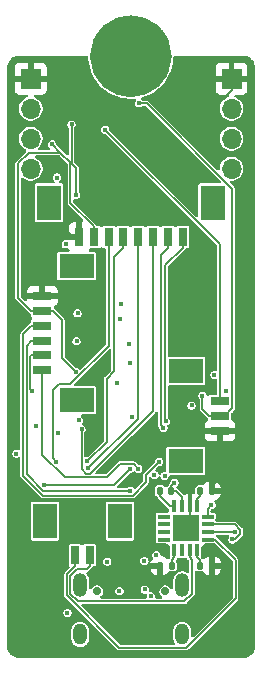
<source format=gbl>
%TF.GenerationSoftware,KiCad,Pcbnew,9.0.0*%
%TF.CreationDate,2025-03-14T22:19:27-04:00*%
%TF.ProjectId,pi0006,70693030-3036-42e6-9b69-6361645f7063,rev?*%
%TF.SameCoordinates,Original*%
%TF.FileFunction,Copper,L4,Bot*%
%TF.FilePolarity,Positive*%
%FSLAX46Y46*%
G04 Gerber Fmt 4.6, Leading zero omitted, Abs format (unit mm)*
G04 Created by KiCad (PCBNEW 9.0.0) date 2025-03-14 22:19:27*
%MOMM*%
%LPD*%
G01*
G04 APERTURE LIST*
G04 Aperture macros list*
%AMRoundRect*
0 Rectangle with rounded corners*
0 $1 Rounding radius*
0 $2 $3 $4 $5 $6 $7 $8 $9 X,Y pos of 4 corners*
0 Add a 4 corners polygon primitive as box body*
4,1,4,$2,$3,$4,$5,$6,$7,$8,$9,$2,$3,0*
0 Add four circle primitives for the rounded corners*
1,1,$1+$1,$2,$3*
1,1,$1+$1,$4,$5*
1,1,$1+$1,$6,$7*
1,1,$1+$1,$8,$9*
0 Add four rect primitives between the rounded corners*
20,1,$1+$1,$2,$3,$4,$5,0*
20,1,$1+$1,$4,$5,$6,$7,0*
20,1,$1+$1,$6,$7,$8,$9,0*
20,1,$1+$1,$8,$9,$2,$3,0*%
G04 Aperture macros list end*
%TA.AperFunction,NonConductor*%
%ADD10C,3.450000*%
%TD*%
%TA.AperFunction,ComponentPad*%
%ADD11R,1.700000X1.700000*%
%TD*%
%TA.AperFunction,ComponentPad*%
%ADD12O,1.700000X1.700000*%
%TD*%
%TA.AperFunction,ComponentPad*%
%ADD13C,0.700000*%
%TD*%
%TA.AperFunction,ComponentPad*%
%ADD14O,1.200000X2.000000*%
%TD*%
%TA.AperFunction,ComponentPad*%
%ADD15O,1.200000X1.800000*%
%TD*%
%TA.AperFunction,SMDPad,CuDef*%
%ADD16R,0.800000X1.600000*%
%TD*%
%TA.AperFunction,SMDPad,CuDef*%
%ADD17R,2.100000X3.000000*%
%TD*%
%TA.AperFunction,SMDPad,CuDef*%
%ADD18RoundRect,0.140000X-0.140000X-0.170000X0.140000X-0.170000X0.140000X0.170000X-0.140000X0.170000X0*%
%TD*%
%TA.AperFunction,SMDPad,CuDef*%
%ADD19R,1.600000X0.800000*%
%TD*%
%TA.AperFunction,SMDPad,CuDef*%
%ADD20R,3.000000X2.100000*%
%TD*%
%TA.AperFunction,SMDPad,CuDef*%
%ADD21RoundRect,0.135000X0.135000X0.185000X-0.135000X0.185000X-0.135000X-0.185000X0.135000X-0.185000X0*%
%TD*%
%TA.AperFunction,SMDPad,CuDef*%
%ADD22R,0.350000X1.050000*%
%TD*%
%TA.AperFunction,SMDPad,CuDef*%
%ADD23R,1.050000X0.350000*%
%TD*%
%TA.AperFunction,SMDPad,CuDef*%
%ADD24R,2.200000X2.200000*%
%TD*%
%TA.AperFunction,SMDPad,CuDef*%
%ADD25RoundRect,0.135000X-0.135000X-0.185000X0.135000X-0.185000X0.135000X0.185000X-0.135000X0.185000X0*%
%TD*%
%TA.AperFunction,ViaPad*%
%ADD26C,0.400000*%
%TD*%
%TA.AperFunction,Conductor*%
%ADD27C,0.150000*%
%TD*%
G04 APERTURE END LIST*
D10*
X199325000Y-77300000D02*
G75*
G02*
X195875000Y-77300000I-1725000J0D01*
G01*
X195875000Y-77300000D02*
G75*
G02*
X199325000Y-77300000I1725000J0D01*
G01*
D11*
%TO.P,U11,1*%
%TO.N,gnd*%
X189125000Y-79200000D03*
D12*
%TO.P,U11,2*%
%TO.N,transceiver-a*%
X189125000Y-81740000D03*
%TO.P,U11,3*%
%TO.N,transceiver-b*%
X189125000Y-84280000D03*
%TO.P,U11,4*%
%TO.N,vcc*%
X189125000Y-86820000D03*
%TD*%
D11*
%TO.P,U12,1*%
%TO.N,gnd*%
X206125000Y-79200000D03*
D12*
%TO.P,U12,2*%
%TO.N,transceiver-a*%
X206125000Y-81740000D03*
%TO.P,U12,3*%
%TO.N,transceiver-b*%
X206125000Y-84280000D03*
%TO.P,U12,4*%
%TO.N,vcc*%
X206125000Y-86820000D03*
%TD*%
D13*
%TO.P,U2,*%
%TO.N,*%
X194735000Y-122602500D03*
X200515000Y-122602500D03*
D14*
%TO.P,U2,1*%
%TO.N,micro_controller.typeC.typeC-ep*%
X193305000Y-122062500D03*
%TO.P,U2,2*%
X201945000Y-122062500D03*
D15*
%TO.P,U2,3*%
X193305000Y-126252500D03*
%TO.P,U2,4*%
X201945000Y-126252500D03*
%TD*%
D16*
%TO.P,U18,1*%
%TO.N,gnd*%
X193225000Y-92621620D03*
%TO.P,U18,2*%
%TO.N,micro_controller-vcc-1*%
X194475000Y-92621620D03*
%TO.P,U18,3*%
%TO.N,micro_controller-io-7*%
X195725000Y-92621620D03*
%TO.P,U18,4*%
%TO.N,micro_controller-io-8*%
X196975000Y-92621620D03*
%TO.P,U18,5*%
%TO.N,micro_controller-io-9*%
X198225000Y-92621620D03*
%TO.P,U18,6*%
%TO.N,micro_controller-io-6*%
X199475000Y-92621620D03*
%TO.P,U18,7*%
%TO.N,micro_controller-io-4*%
X200725000Y-92621620D03*
%TO.P,U18,8*%
%TO.N,micro_controller-io-5*%
X201975000Y-92621620D03*
D17*
%TO.P,U18,9*%
%TO.N,button_connector.inst-mp1*%
X204525000Y-89721620D03*
%TO.P,U18,10*%
%TO.N,button_connector.inst-mp2*%
X190675000Y-89721620D03*
%TD*%
D18*
%TO.P,C21,1*%
%TO.N,vint*%
X203475000Y-114089750D03*
%TO.P,C21,2*%
%TO.N,gnd*%
X204435000Y-114089750D03*
%TD*%
D19*
%TO.P,U17,1*%
%TO.N,gnd*%
X190100000Y-97625000D03*
%TO.P,U17,2*%
%TO.N,micro_controller-vcc-1*%
X190100000Y-98875000D03*
%TO.P,U17,3*%
%TO.N,mosi*%
X190100000Y-100125000D03*
%TO.P,U17,4*%
%TO.N,miso*%
X190100000Y-101375000D03*
%TO.P,U17,5*%
%TO.N,micro_controller-sck*%
X190100000Y-102625000D03*
%TO.P,U17,6*%
%TO.N,micro_controller-cs*%
X190100000Y-103875000D03*
D20*
%TO.P,U17,MP1*%
%TO.N,encoder_connector.inst-mp1*%
X193000000Y-95075000D03*
%TO.P,U17,MP2*%
%TO.N,encoder_connector.inst-mp2*%
X193000000Y-106425000D03*
%TD*%
D21*
%TO.P,R11,1*%
%TO.N,bisen*%
X201065000Y-120449750D03*
%TO.P,R11,2*%
%TO.N,gnd*%
X200045000Y-120449750D03*
%TD*%
D16*
%TO.P,U15,1*%
%TO.N,motor_driver-a*%
X192875000Y-119550000D03*
%TO.P,U15,2*%
%TO.N,motor_driver-b*%
X194125000Y-119550000D03*
D17*
%TO.P,U15,MP1*%
%TO.N,haptic_connector.inst-mp1*%
X190325000Y-116650000D03*
%TO.P,U15,MP2*%
%TO.N,haptic_connector.inst-mp2*%
X196675000Y-116650000D03*
%TD*%
D22*
%TO.P,U14,1*%
%TO.N,aisen*%
X203225000Y-119100000D03*
%TO.P,U14,2*%
%TO.N,motor_driver-b*%
X202575000Y-119100000D03*
%TO.P,U14,3*%
%TO.N,motor_driver.driver-b*%
X201925000Y-119100000D03*
%TO.P,U14,4*%
%TO.N,bisen*%
X201275000Y-119100000D03*
D23*
%TO.P,U14,5*%
%TO.N,motor_driver.driver-a*%
X200400000Y-118225000D03*
%TO.P,U14,6*%
%TO.N,motor_driver.driver-io-2*%
X200400000Y-117575000D03*
%TO.P,U14,7*%
%TO.N,motor_driver.driver-io*%
X200400000Y-116925000D03*
%TO.P,U14,8*%
%TO.N,motor_driver.driver-io-1*%
X200400000Y-116275000D03*
D22*
%TO.P,U14,9*%
%TO.N,vcp*%
X201275000Y-115400000D03*
%TO.P,U14,10*%
%TO.N,micro_controller-vcc-1*%
X201925000Y-115400000D03*
%TO.P,U14,11*%
%TO.N,gnd*%
X202575000Y-115400000D03*
%TO.P,U14,12*%
%TO.N,vint*%
X203225000Y-115400000D03*
D23*
%TO.P,U14,13*%
%TO.N,micro_controller-io-3*%
X204100000Y-116275000D03*
%TO.P,U14,14*%
%TO.N,micro_controller-io-2*%
X204100000Y-116925000D03*
%TO.P,U14,15*%
%TO.N,micro_controller-vcc-1*%
X204100000Y-117575000D03*
%TO.P,U14,16*%
%TO.N,motor_driver-a*%
X204100000Y-118225000D03*
D24*
%TO.P,U14,17*%
%TO.N,gnd*%
X202250000Y-117250000D03*
%TD*%
D18*
%TO.P,C20,1*%
%TO.N,vcp*%
X200065000Y-114099750D03*
%TO.P,C20,2*%
%TO.N,micro_controller-vcc-1*%
X201025000Y-114099750D03*
%TD*%
D25*
%TO.P,R10,1*%
%TO.N,aisen*%
X203445000Y-120429750D03*
%TO.P,R10,2*%
%TO.N,gnd*%
X204465000Y-120429750D03*
%TD*%
D19*
%TO.P,U16,1*%
%TO.N,gnd*%
X205150000Y-109000000D03*
%TO.P,U16,2*%
%TO.N,vcc-1*%
X205150000Y-107750000D03*
%TO.P,U16,3*%
%TO.N,level_shifter-io*%
X205150000Y-106500000D03*
D20*
%TO.P,U16,MP1*%
%TO.N,servo_connector.inst-mp1*%
X202250000Y-111550000D03*
%TO.P,U16,MP2*%
%TO.N,servo_connector.inst-mp2*%
X202250000Y-103950000D03*
%TD*%
D26*
%TO.N,micro_controller-vcc*%
X192081200Y-93215100D03*
X204679700Y-104275100D03*
%TO.N,micro_controller-vcc-1*%
X192576400Y-83067300D03*
X192917500Y-104009100D03*
X201285500Y-113414400D03*
X190934700Y-84755000D03*
X206437100Y-117575000D03*
X192951700Y-89053200D03*
X187914200Y-110937400D03*
%TO.N,micro_controller.typeC-vcc*%
X205651300Y-105675500D03*
X199284200Y-123020100D03*
%TO.N,USBD_P*%
X198775800Y-122437800D03*
X197539900Y-103303100D03*
%TO.N,micro_controller.typeC-gnd*%
X199759500Y-119532700D03*
X195598700Y-120089200D03*
%TO.N,cc1*%
X196631700Y-122579800D03*
X192227000Y-124423500D03*
%TO.N,io0*%
X197411400Y-101635000D03*
X196687100Y-99572200D03*
%TO.N,io2*%
X193085600Y-99066600D03*
X192999800Y-101417000D03*
%TO.N,micro_controller.rp2040.micro.ic-vcc*%
X196392000Y-104942600D03*
X197665900Y-107883100D03*
X199582500Y-112744300D03*
%TO.N,micro_controller.rp2040.micro.ic-io*%
X190243600Y-113564900D03*
X198732200Y-120023300D03*
X197500000Y-112249000D03*
%TO.N,level_shifter-io*%
X195437100Y-83521400D03*
%TO.N,gnd*%
X194406000Y-89477100D03*
X189287000Y-92326100D03*
X192588700Y-103013100D03*
X206299400Y-114089500D03*
X206049100Y-120429500D03*
X194365000Y-117649000D03*
X205246000Y-82789000D03*
X195000000Y-81000000D03*
X195688500Y-102848000D03*
%TO.N,vcc-1*%
X198285001Y-81275101D03*
X203661500Y-106044900D03*
%TO.N,micro_controller-io*%
X191347200Y-87572500D03*
X193184700Y-108121200D03*
%TO.N,miso*%
X197567800Y-114082400D03*
%TO.N,micro_controller-sck*%
X189264800Y-105633100D03*
X200460600Y-112830400D03*
%TO.N,micro_controller-cs*%
X198234600Y-112222300D03*
%TO.N,micro_controller-io-2*%
X206194400Y-118204800D03*
X189539600Y-108600000D03*
%TO.N,micro_controller-io-3*%
X191395700Y-109161200D03*
X204427500Y-115299700D03*
%TO.N,micro_controller-io-4*%
X200358800Y-108761200D03*
%TO.N,micro_controller-io-5*%
X200546900Y-108200000D03*
%TO.N,micro_controller-io-6*%
X193429700Y-108877500D03*
%TO.N,micro_controller-io-7*%
X191279000Y-111620200D03*
%TO.N,micro_controller-io-8*%
X193916600Y-111599300D03*
%TO.N,micro_controller.rp2040-cs*%
X202744700Y-106862900D03*
X196735800Y-98293000D03*
%TO.N,mosi*%
X199997600Y-111630400D03*
%TO.N,micro_controller-io-9*%
X193996100Y-112200000D03*
%TD*%
D27*
%TO.N,micro_controller-vcc-1*%
X201024500Y-113676500D02*
X201024500Y-113675400D01*
X191636900Y-85457200D02*
X192473600Y-86293900D01*
X201024500Y-113675400D02*
X201285500Y-113414400D01*
X201925000Y-114607000D02*
X201925000Y-115400000D01*
X201024500Y-114099500D02*
X201417500Y-114099500D01*
X189187500Y-98875000D02*
X190100000Y-98875000D01*
X204737500Y-117575000D02*
X206437100Y-117575000D01*
X188047900Y-97735400D02*
X189187500Y-98875000D01*
X191788900Y-99651400D02*
X191788900Y-102880500D01*
X191788900Y-102880500D02*
X192917500Y-104009100D01*
X192473600Y-86293900D02*
X192507800Y-86328100D01*
X190934700Y-84755000D02*
X191636900Y-85457200D01*
X192951700Y-86772000D02*
X192507800Y-86328100D01*
X191012500Y-98875000D02*
X191788900Y-99651400D01*
X190100000Y-98875000D02*
X191012500Y-98875000D01*
X188047900Y-86373900D02*
X188047900Y-97735400D01*
X204100000Y-117575000D02*
X204737500Y-117575000D01*
X188964600Y-85457200D02*
X188047900Y-86373900D01*
X191636900Y-85457200D02*
X188964600Y-85457200D01*
X192473600Y-89708100D02*
X192473600Y-86293900D01*
X201417500Y-114099500D02*
X201925000Y-114607000D01*
X194475000Y-92622000D02*
X194475000Y-91709500D01*
X201024500Y-114099500D02*
X201024500Y-113676500D01*
X192576400Y-83067300D02*
X192576400Y-86259500D01*
X192951700Y-89053200D02*
X192951700Y-86772000D01*
X192576400Y-86259500D02*
X192507800Y-86328100D01*
X194475000Y-91709500D02*
X192473600Y-89708100D01*
%TO.N,micro_controller.rp2040.micro.ic-io*%
X196184100Y-113564900D02*
X197500000Y-112249000D01*
X190243600Y-113564900D02*
X196184100Y-113564900D01*
%TO.N,level_shifter-io*%
X205150000Y-93234300D02*
X195437100Y-83521400D01*
X205150000Y-105987500D02*
X205150000Y-93234300D01*
X205150000Y-106500000D02*
X205150000Y-105987500D01*
%TO.N,motor_driver-a*%
X202287500Y-127380100D02*
X206476200Y-123191400D01*
X192875000Y-119550000D02*
X192875000Y-120462500D01*
X206476200Y-123191400D02*
X206476200Y-119963700D01*
X196625400Y-127380100D02*
X202287500Y-127380100D01*
X192175800Y-122930500D02*
X196625400Y-127380100D01*
X192175800Y-121161700D02*
X192175800Y-122930500D01*
X204737500Y-118225000D02*
X204100000Y-118225000D01*
X206476200Y-119963700D02*
X204737500Y-118225000D01*
X192875000Y-120462500D02*
X192175800Y-121161700D01*
%TO.N,motor_driver-b*%
X202130400Y-123447200D02*
X193119600Y-123447200D01*
X202772100Y-122805500D02*
X202130400Y-123447200D01*
X193119600Y-123447200D02*
X192477900Y-122805500D01*
X192477900Y-121320500D02*
X193074000Y-120724400D01*
X193074000Y-120724400D02*
X193863100Y-120724400D01*
X202575000Y-119100000D02*
X202575000Y-119737500D01*
X193863100Y-120724400D02*
X194125000Y-120462500D01*
X192477900Y-122805500D02*
X192477900Y-121320500D01*
X194125000Y-120462500D02*
X194125000Y-119550000D01*
X202575000Y-119737500D02*
X202772100Y-119934600D01*
X202772100Y-119934600D02*
X202772100Y-122805500D01*
%TO.N,aisen*%
X203444500Y-119996500D02*
X203444500Y-120429500D01*
X203225000Y-119100000D02*
X203225000Y-119737500D01*
X203444500Y-119957000D02*
X203444500Y-119996500D01*
X203225000Y-119737500D02*
X203444500Y-119957000D01*
%TO.N,bisen*%
X201275000Y-119100000D02*
X201275000Y-119737500D01*
X201275000Y-119737500D02*
X201065500Y-119947000D01*
X201065500Y-119947000D02*
X201065500Y-120017500D01*
X201065500Y-120017500D02*
X201065500Y-120450500D01*
%TO.N,vcp*%
X200064500Y-114522500D02*
X200942000Y-115400000D01*
X200942000Y-115400000D02*
X201275000Y-115400000D01*
X200064500Y-114099500D02*
X200064500Y-114522500D01*
%TO.N,vint*%
X203474500Y-114512500D02*
X203225000Y-114762000D01*
X203225000Y-114762500D02*
X203225000Y-115400000D01*
X203474500Y-114089500D02*
X203474500Y-114512500D01*
X203225000Y-114762000D02*
X203225000Y-114762500D01*
%TO.N,gnd*%
X190100000Y-97625000D02*
X190100000Y-97112500D01*
X205047900Y-82590900D02*
X205047900Y-81239600D01*
X197166500Y-120450500D02*
X194365000Y-117649000D01*
X206125000Y-80162500D02*
X206125000Y-79200000D01*
X189287000Y-92326100D02*
X189903600Y-91709500D01*
X191800000Y-91709500D02*
X191611400Y-91709500D01*
X205150000Y-112951000D02*
X204860200Y-113240800D01*
X205246000Y-82789000D02*
X205047900Y-82590900D01*
X200045500Y-120450500D02*
X199662500Y-120450500D01*
X190100000Y-97112500D02*
X190100000Y-93220900D01*
X202575000Y-114762500D02*
X202575000Y-114158900D01*
X193225000Y-92622000D02*
X192712500Y-92622000D01*
X204434500Y-113666500D02*
X204860200Y-113240800D01*
X204434500Y-114089500D02*
X204827500Y-114089500D01*
X205047900Y-81239600D02*
X206125000Y-80162500D01*
X199662500Y-120450500D02*
X197166500Y-120450500D01*
X203493100Y-113240800D02*
X204860200Y-113240800D01*
X202575000Y-114158900D02*
X203493100Y-113240800D01*
X202575000Y-116925000D02*
X202250000Y-117250000D01*
X202575000Y-115400000D02*
X202575000Y-114762500D01*
X202575000Y-115400000D02*
X202575000Y-116925000D01*
X204847500Y-120429500D02*
X206049100Y-120429500D01*
X205150000Y-109000000D02*
X205150000Y-109512500D01*
X189903600Y-91709500D02*
X191611400Y-91709500D01*
X205150000Y-109512500D02*
X205150000Y-112951000D01*
X192712500Y-92622000D02*
X191800000Y-91709500D01*
X204827500Y-114089500D02*
X206299400Y-114089500D01*
X190100000Y-93220900D02*
X191611400Y-91709500D01*
X204464500Y-120429500D02*
X204847500Y-120429500D01*
X204434500Y-114089500D02*
X204434500Y-113666500D01*
%TO.N,vcc-1*%
X204237500Y-107750000D02*
X203661500Y-107174000D01*
X203661500Y-107174000D02*
X203661500Y-106044900D01*
X206177100Y-107122900D02*
X206177100Y-88503000D01*
X205150000Y-107750000D02*
X205550000Y-107750000D01*
X205550000Y-107750000D02*
X206177100Y-107122900D01*
X206177100Y-88503000D02*
X198949201Y-81275101D01*
X205150000Y-107750000D02*
X204237500Y-107750000D01*
X198949201Y-81275101D02*
X198285001Y-81275101D01*
%TO.N,miso*%
X190100000Y-101375000D02*
X189187500Y-101375000D01*
X189187500Y-101375000D02*
X188770800Y-101791700D01*
X188770800Y-112696000D02*
X190157200Y-114082400D01*
X190157200Y-114082400D02*
X197567800Y-114082400D01*
X188770800Y-101791700D02*
X188770800Y-112696000D01*
%TO.N,micro_controller-sck*%
X189072900Y-102739600D02*
X189187500Y-102625000D01*
X189187500Y-102625000D02*
X190100000Y-102625000D01*
X189072900Y-105441200D02*
X189072900Y-102739600D01*
X189264800Y-105633100D02*
X189072900Y-105441200D01*
%TO.N,micro_controller-cs*%
X191984100Y-112929200D02*
X195575400Y-112929200D01*
X197834200Y-111821900D02*
X198234600Y-112222300D01*
X195575400Y-112929200D02*
X196682700Y-111821900D01*
X190100000Y-104387500D02*
X190100000Y-111045100D01*
X196682700Y-111821900D02*
X197834200Y-111821900D01*
X190100000Y-111045100D02*
X191984100Y-112929200D01*
X190100000Y-103875000D02*
X190100000Y-104387500D01*
%TO.N,micro_controller-io-2*%
X206864200Y-117751800D02*
X206864200Y-117398200D01*
X206391000Y-116925000D02*
X204737500Y-116925000D01*
X206194400Y-118204800D02*
X206411200Y-118204800D01*
X204737500Y-116925000D02*
X204100000Y-116925000D01*
X206411200Y-118204800D02*
X206864200Y-117751800D01*
X206864200Y-117398200D02*
X206391000Y-116925000D01*
%TO.N,micro_controller-io-3*%
X204100000Y-115987500D02*
X204100000Y-116275000D01*
X204427500Y-115299700D02*
X204100000Y-115627200D01*
X204100000Y-115627200D02*
X204100000Y-115987500D01*
%TO.N,micro_controller-io-4*%
X200119800Y-94139700D02*
X200725000Y-93534500D01*
X200725000Y-93534500D02*
X200725000Y-92622000D01*
X200119800Y-108522200D02*
X200119800Y-94139700D01*
X200358800Y-108761200D02*
X200119800Y-108522200D01*
%TO.N,micro_controller-io-5*%
X200522900Y-108176000D02*
X200522900Y-94986600D01*
X200546900Y-108200000D02*
X200522900Y-108176000D01*
X201975000Y-93534500D02*
X201975000Y-92622000D01*
X200522900Y-94986600D02*
X201975000Y-93534500D01*
%TO.N,micro_controller-io-6*%
X194172900Y-112627100D02*
X193819300Y-112627100D01*
X199475000Y-107325000D02*
X194172900Y-112627100D01*
X193819300Y-112627100D02*
X193429700Y-112237500D01*
X199475000Y-93534500D02*
X199475000Y-107325000D01*
X193429700Y-112237500D02*
X193429700Y-108877500D01*
X199475000Y-92622000D02*
X199475000Y-93534500D01*
%TO.N,micro_controller-io-7*%
X195725000Y-101805500D02*
X192471300Y-105059200D01*
X192471300Y-105059200D02*
X191494700Y-105059200D01*
X195725000Y-92622000D02*
X195725000Y-93534500D01*
X190968600Y-105585300D02*
X190968600Y-111309800D01*
X190968600Y-111309800D02*
X191279000Y-111620200D01*
X195725000Y-93534500D02*
X195725000Y-101805500D01*
X191494700Y-105059200D02*
X190968600Y-105585300D01*
%TO.N,micro_controller-io-8*%
X196186100Y-94323400D02*
X196186100Y-103987100D01*
X195550200Y-109965700D02*
X193916600Y-111599300D01*
X196975000Y-92622000D02*
X196975000Y-93534500D01*
X195550200Y-104623000D02*
X195550200Y-109965700D01*
X196186100Y-103987100D02*
X195550200Y-104623000D01*
X196975000Y-93534500D02*
X196186100Y-94323400D01*
%TO.N,mosi*%
X190100000Y-100125000D02*
X189187500Y-100125000D01*
X197744600Y-114509500D02*
X198874500Y-113379600D01*
X188468700Y-100843800D02*
X188468700Y-112821000D01*
X190157200Y-114509500D02*
X197744600Y-114509500D01*
X198874500Y-113379600D02*
X198874500Y-112753500D01*
X188468700Y-112821000D02*
X190157200Y-114509500D01*
X198874500Y-112753500D02*
X199997600Y-111630400D01*
X189187500Y-100125000D02*
X188468700Y-100843800D01*
%TO.N,micro_controller-io-9*%
X198225000Y-93534500D02*
X198225000Y-92622000D01*
X198225000Y-107971100D02*
X198225000Y-93534500D01*
X193996100Y-112200000D02*
X198225000Y-107971100D01*
%TD*%
%TA.AperFunction,Conductor*%
%TO.N,gnd*%
G36*
X204731377Y-118552356D02*
G01*
X204773661Y-118580066D01*
X206214381Y-120020786D01*
X206247866Y-120082109D01*
X206250700Y-120108467D01*
X206250700Y-123046632D01*
X206231015Y-123113671D01*
X206214381Y-123134313D01*
X202907181Y-126441513D01*
X202845858Y-126474998D01*
X202776166Y-126470014D01*
X202720233Y-126428142D01*
X202695816Y-126362678D01*
X202695500Y-126353832D01*
X202695500Y-125878579D01*
X202666659Y-125733592D01*
X202666658Y-125733591D01*
X202666658Y-125733587D01*
X202666656Y-125733582D01*
X202610087Y-125597011D01*
X202610080Y-125596998D01*
X202527951Y-125474084D01*
X202527948Y-125474080D01*
X202423419Y-125369551D01*
X202423415Y-125369548D01*
X202300501Y-125287419D01*
X202300488Y-125287412D01*
X202163917Y-125230843D01*
X202163907Y-125230840D01*
X202018920Y-125202000D01*
X202018918Y-125202000D01*
X201871082Y-125202000D01*
X201871080Y-125202000D01*
X201726092Y-125230840D01*
X201726082Y-125230843D01*
X201589511Y-125287412D01*
X201589498Y-125287419D01*
X201466584Y-125369548D01*
X201466580Y-125369551D01*
X201362051Y-125474080D01*
X201362048Y-125474084D01*
X201279919Y-125596998D01*
X201279912Y-125597011D01*
X201223343Y-125733582D01*
X201223340Y-125733592D01*
X201194500Y-125878579D01*
X201194500Y-125878582D01*
X201194500Y-126626418D01*
X201194500Y-126626420D01*
X201194499Y-126626420D01*
X201223340Y-126771407D01*
X201223343Y-126771417D01*
X201279912Y-126907988D01*
X201279919Y-126908001D01*
X201315806Y-126961709D01*
X201336684Y-127028387D01*
X201318200Y-127095767D01*
X201266221Y-127142457D01*
X201212704Y-127154600D01*
X196770167Y-127154600D01*
X196703128Y-127134915D01*
X196682486Y-127118281D01*
X193448586Y-123884381D01*
X193415101Y-123823058D01*
X193420085Y-123753366D01*
X193461957Y-123697433D01*
X193527421Y-123673016D01*
X193536267Y-123672700D01*
X202085543Y-123672700D01*
X202085545Y-123672701D01*
X202175255Y-123672701D01*
X202233860Y-123648425D01*
X202258136Y-123638370D01*
X202321570Y-123574936D01*
X202321570Y-123574935D01*
X202339008Y-123557497D01*
X202339010Y-123557494D01*
X202882394Y-123014110D01*
X202882397Y-123014108D01*
X202899835Y-122996670D01*
X202899836Y-122996670D01*
X202963270Y-122933236D01*
X202985197Y-122880300D01*
X202997601Y-122850355D01*
X202997601Y-122760645D01*
X202997601Y-122750656D01*
X202997600Y-122750642D01*
X202997600Y-120979204D01*
X203017285Y-120912165D01*
X203070089Y-120866410D01*
X203139247Y-120856466D01*
X203171683Y-120865768D01*
X203243502Y-120897480D01*
X203267377Y-120900250D01*
X203622622Y-120900249D01*
X203638539Y-120898403D01*
X203646490Y-120897481D01*
X203646490Y-120897480D01*
X203646498Y-120897480D01*
X203646504Y-120897476D01*
X203652626Y-120895812D01*
X203722482Y-120897205D01*
X203780496Y-120936143D01*
X203791915Y-120952340D01*
X203824264Y-121007038D01*
X203824268Y-121007044D01*
X203937705Y-121120481D01*
X203937714Y-121120488D01*
X204075805Y-121202154D01*
X204215000Y-121242594D01*
X204215000Y-121242593D01*
X204715000Y-121242593D01*
X204854194Y-121202154D01*
X204992285Y-121120488D01*
X204992294Y-121120481D01*
X205105731Y-121007044D01*
X205105738Y-121007035D01*
X205187406Y-120868941D01*
X205187407Y-120868938D01*
X205232166Y-120714878D01*
X205232167Y-120714872D01*
X205234931Y-120679750D01*
X204715000Y-120679750D01*
X204715000Y-121242593D01*
X204215000Y-121242593D01*
X204215000Y-119616904D01*
X204715000Y-119616904D01*
X204715000Y-120179750D01*
X205234931Y-120179750D01*
X205232167Y-120144627D01*
X205232166Y-120144621D01*
X205187407Y-119990561D01*
X205187406Y-119990558D01*
X205105738Y-119852464D01*
X205105731Y-119852455D01*
X204992294Y-119739018D01*
X204992285Y-119739011D01*
X204854191Y-119657343D01*
X204854188Y-119657341D01*
X204715001Y-119616903D01*
X204715000Y-119616904D01*
X204215000Y-119616904D01*
X204214998Y-119616903D01*
X204075811Y-119657341D01*
X204075808Y-119657343D01*
X203937714Y-119739011D01*
X203937709Y-119739015D01*
X203827341Y-119849383D01*
X203766018Y-119882867D01*
X203696326Y-119877883D01*
X203649746Y-119847092D01*
X203637878Y-119834595D01*
X203635670Y-119829264D01*
X203578909Y-119772503D01*
X203577833Y-119771370D01*
X203562584Y-119741646D01*
X203546581Y-119712338D01*
X203546563Y-119710417D01*
X203545941Y-119709203D01*
X203546501Y-119703452D01*
X203546130Y-119661788D01*
X203550500Y-119639820D01*
X203550500Y-118886556D01*
X203570185Y-118819517D01*
X203600189Y-118787290D01*
X203707187Y-118707190D01*
X203707190Y-118707187D01*
X203787290Y-118600189D01*
X203843223Y-118558318D01*
X203886556Y-118550500D01*
X204639819Y-118550500D01*
X204639820Y-118550500D01*
X204661787Y-118546130D01*
X204731377Y-118552356D01*
G37*
%TD.AperFunction*%
%TA.AperFunction,Conductor*%
G36*
X195879934Y-102071984D02*
G01*
X195935867Y-102113856D01*
X195960284Y-102179320D01*
X195960600Y-102188166D01*
X195960600Y-103842332D01*
X195940915Y-103909371D01*
X195924281Y-103930013D01*
X195422465Y-104431829D01*
X195422464Y-104431830D01*
X195390746Y-104463547D01*
X195359029Y-104495264D01*
X195359029Y-104495265D01*
X195350622Y-104515560D01*
X195337661Y-104546852D01*
X195324699Y-104578144D01*
X195324699Y-104682288D01*
X195324700Y-104682297D01*
X195324700Y-109820933D01*
X195305015Y-109887972D01*
X195288381Y-109908614D01*
X193984514Y-111212481D01*
X193923191Y-111245966D01*
X193917695Y-111247032D01*
X193907336Y-111248800D01*
X193870456Y-111248800D01*
X193805746Y-111266138D01*
X193800062Y-111267109D01*
X193770847Y-111263688D01*
X193741442Y-111262988D01*
X193736542Y-111259672D01*
X193730666Y-111258984D01*
X193707937Y-111240310D01*
X193683580Y-111223825D01*
X193681251Y-111218386D01*
X193676680Y-111214631D01*
X193667655Y-111186635D01*
X193656077Y-111159596D01*
X193655428Y-111148705D01*
X193655243Y-111148131D01*
X193655366Y-111147666D01*
X193655200Y-111144877D01*
X193655200Y-109199043D01*
X193674885Y-109132004D01*
X193691519Y-109111362D01*
X193710169Y-109092712D01*
X193756314Y-109012788D01*
X193780200Y-108923644D01*
X193780200Y-108831356D01*
X193756314Y-108742212D01*
X193756311Y-108742206D01*
X193710173Y-108662294D01*
X193710170Y-108662291D01*
X193710169Y-108662288D01*
X193644912Y-108597031D01*
X193644909Y-108597029D01*
X193644905Y-108597026D01*
X193564993Y-108550888D01*
X193564990Y-108550887D01*
X193564989Y-108550886D01*
X193564988Y-108550886D01*
X193524566Y-108540055D01*
X193464907Y-108503691D01*
X193434378Y-108440844D01*
X193442673Y-108371469D01*
X193461419Y-108343777D01*
X193460222Y-108342858D01*
X193465163Y-108336417D01*
X193465169Y-108336412D01*
X193511314Y-108256488D01*
X193535200Y-108167344D01*
X193535200Y-108075056D01*
X193511314Y-107985912D01*
X193510669Y-107984794D01*
X193465173Y-107905994D01*
X193465170Y-107905991D01*
X193465169Y-107905988D01*
X193399912Y-107840731D01*
X193396362Y-107837181D01*
X193362877Y-107775858D01*
X193367861Y-107706166D01*
X193409733Y-107650233D01*
X193475197Y-107625816D01*
X193484043Y-107625500D01*
X194514822Y-107625500D01*
X194558717Y-107616768D01*
X194558717Y-107616767D01*
X194558722Y-107616767D01*
X194608504Y-107583504D01*
X194641767Y-107533722D01*
X194644814Y-107518405D01*
X194650500Y-107489822D01*
X194650500Y-105360177D01*
X194641768Y-105316282D01*
X194641767Y-105316281D01*
X194641767Y-105316278D01*
X194608504Y-105266496D01*
X194568335Y-105239656D01*
X194558724Y-105233234D01*
X194558717Y-105233231D01*
X194514822Y-105224500D01*
X194514820Y-105224500D01*
X192924266Y-105224500D01*
X192857227Y-105204815D01*
X192811472Y-105152011D01*
X192801528Y-105082853D01*
X192830553Y-105019297D01*
X192836585Y-105012819D01*
X195748919Y-102100485D01*
X195810242Y-102067000D01*
X195879934Y-102071984D01*
G37*
%TD.AperFunction*%
%TA.AperFunction,Conductor*%
G36*
X191559172Y-85702385D02*
G01*
X191579814Y-85719019D01*
X192211781Y-86350986D01*
X192245266Y-86412309D01*
X192248100Y-86438667D01*
X192248100Y-89653242D01*
X192248099Y-89653256D01*
X192248099Y-89752953D01*
X192248100Y-89752958D01*
X192272372Y-89811557D01*
X192282429Y-89835835D01*
X192282430Y-89835836D01*
X192345864Y-89899270D01*
X192345865Y-89899270D01*
X192363305Y-89916710D01*
X193556534Y-91109939D01*
X193590019Y-91171262D01*
X193585035Y-91240954D01*
X193543163Y-91296887D01*
X193477699Y-91321304D01*
X193475227Y-91321392D01*
X193475000Y-91321620D01*
X193475000Y-92497620D01*
X193455315Y-92564659D01*
X193402511Y-92610414D01*
X193351000Y-92621620D01*
X193225000Y-92621620D01*
X193225000Y-92747620D01*
X193205315Y-92814659D01*
X193152511Y-92860414D01*
X193101000Y-92871620D01*
X192313036Y-92871620D01*
X192278063Y-92890716D01*
X192219615Y-92889324D01*
X192216488Y-92888486D01*
X192127344Y-92864600D01*
X192035056Y-92864600D01*
X191945912Y-92888486D01*
X191945911Y-92888486D01*
X191945909Y-92888487D01*
X191945906Y-92888488D01*
X191865994Y-92934626D01*
X191865985Y-92934633D01*
X191800733Y-92999885D01*
X191800726Y-92999894D01*
X191754588Y-93079806D01*
X191754587Y-93079809D01*
X191754586Y-93079811D01*
X191754586Y-93079812D01*
X191730700Y-93168956D01*
X191730700Y-93261244D01*
X191748508Y-93327705D01*
X191754587Y-93350390D01*
X191754588Y-93350393D01*
X191800726Y-93430305D01*
X191800729Y-93430309D01*
X191800731Y-93430312D01*
X191865988Y-93495569D01*
X191865991Y-93495570D01*
X191865994Y-93495573D01*
X191945906Y-93541711D01*
X191945907Y-93541711D01*
X191945912Y-93541714D01*
X192035056Y-93565600D01*
X192035058Y-93565600D01*
X192127341Y-93565600D01*
X192127344Y-93565600D01*
X192216394Y-93541739D01*
X192248468Y-93542502D01*
X192280562Y-93541735D01*
X192283178Y-93543329D01*
X192286238Y-93543402D01*
X192312807Y-93561384D01*
X192340227Y-93578093D01*
X192342145Y-93581240D01*
X192344101Y-93582564D01*
X192360013Y-93607319D01*
X192403253Y-93696305D01*
X192407166Y-93719558D01*
X192415407Y-93741652D01*
X192412856Y-93753374D01*
X192414848Y-93765206D01*
X192405568Y-93786883D01*
X192400556Y-93809925D01*
X192392072Y-93818408D01*
X192387351Y-93829438D01*
X192367824Y-93842657D01*
X192351152Y-93859331D01*
X192338382Y-93862590D01*
X192329494Y-93868608D01*
X192313287Y-93868995D01*
X192291723Y-93874500D01*
X191485178Y-93874500D01*
X191441282Y-93883231D01*
X191441275Y-93883234D01*
X191391496Y-93916495D01*
X191391495Y-93916496D01*
X191358234Y-93966275D01*
X191358231Y-93966282D01*
X191349500Y-94010177D01*
X191349500Y-94010180D01*
X191349500Y-96139820D01*
X191349500Y-96139822D01*
X191349499Y-96139822D01*
X191358231Y-96183717D01*
X191358232Y-96183721D01*
X191358233Y-96183722D01*
X191391496Y-96233504D01*
X191441278Y-96266767D01*
X191441281Y-96266767D01*
X191441282Y-96266768D01*
X191485177Y-96275500D01*
X191485180Y-96275500D01*
X194514822Y-96275500D01*
X194558717Y-96266768D01*
X194558717Y-96266767D01*
X194558722Y-96266767D01*
X194608504Y-96233504D01*
X194641767Y-96183722D01*
X194650500Y-96139820D01*
X194650500Y-94010180D01*
X194650500Y-94010177D01*
X194641768Y-93966282D01*
X194641767Y-93966281D01*
X194641767Y-93966278D01*
X194608504Y-93916496D01*
X194608503Y-93916495D01*
X194558724Y-93883234D01*
X194558717Y-93883231D01*
X194514822Y-93874500D01*
X194514820Y-93874500D01*
X194158277Y-93874500D01*
X194153349Y-93873053D01*
X194148320Y-93874100D01*
X194120158Y-93863306D01*
X194091238Y-93854815D01*
X194087875Y-93850934D01*
X194083078Y-93849096D01*
X194065223Y-93824792D01*
X194045483Y-93802011D01*
X194044752Y-93796927D01*
X194041711Y-93792788D01*
X194039829Y-93762695D01*
X194035539Y-93732853D01*
X194037585Y-93726794D01*
X194037352Y-93723055D01*
X194042917Y-93711011D01*
X194049983Y-93690098D01*
X194080314Y-93635718D01*
X194098782Y-93617577D01*
X194114297Y-93596853D01*
X194123303Y-93593493D01*
X194130161Y-93586758D01*
X194155507Y-93581482D01*
X194179761Y-93572436D01*
X194188608Y-93572120D01*
X194889822Y-93572120D01*
X194933717Y-93563388D01*
X194933717Y-93563387D01*
X194933722Y-93563387D01*
X194983504Y-93530124D01*
X194996898Y-93510077D01*
X195050508Y-93465273D01*
X195119833Y-93456564D01*
X195182861Y-93486718D01*
X195203100Y-93510076D01*
X195216496Y-93530124D01*
X195266278Y-93563387D01*
X195266281Y-93563387D01*
X195266282Y-93563388D01*
X195310177Y-93572120D01*
X195310180Y-93572120D01*
X195375500Y-93572120D01*
X195442539Y-93591805D01*
X195488294Y-93644609D01*
X195499500Y-93696120D01*
X195499500Y-101660732D01*
X195479815Y-101727771D01*
X195463181Y-101748413D01*
X193392666Y-103818927D01*
X193331343Y-103852412D01*
X193261651Y-103847428D01*
X193205718Y-103805556D01*
X193198350Y-103794386D01*
X193197971Y-103793891D01*
X193197969Y-103793888D01*
X193132712Y-103728631D01*
X193132709Y-103728629D01*
X193132705Y-103728626D01*
X193052793Y-103682488D01*
X193052790Y-103682487D01*
X193052789Y-103682486D01*
X193052788Y-103682486D01*
X192963644Y-103658600D01*
X192963643Y-103658600D01*
X192937268Y-103658600D01*
X192870229Y-103638915D01*
X192849587Y-103622281D01*
X192050719Y-102823413D01*
X192017234Y-102762090D01*
X192014400Y-102735732D01*
X192014400Y-101370856D01*
X192649300Y-101370856D01*
X192649300Y-101463144D01*
X192659098Y-101499712D01*
X192673187Y-101552290D01*
X192673188Y-101552293D01*
X192719326Y-101632205D01*
X192719329Y-101632209D01*
X192719331Y-101632212D01*
X192784588Y-101697469D01*
X192784591Y-101697470D01*
X192784594Y-101697473D01*
X192864506Y-101743611D01*
X192864507Y-101743611D01*
X192864512Y-101743614D01*
X192953656Y-101767500D01*
X192953658Y-101767500D01*
X193045942Y-101767500D01*
X193045944Y-101767500D01*
X193135088Y-101743614D01*
X193215012Y-101697469D01*
X193280269Y-101632212D01*
X193326414Y-101552288D01*
X193350300Y-101463144D01*
X193350300Y-101370856D01*
X193326414Y-101281712D01*
X193309027Y-101251597D01*
X193280273Y-101201794D01*
X193280270Y-101201791D01*
X193280269Y-101201788D01*
X193215012Y-101136531D01*
X193215009Y-101136529D01*
X193215005Y-101136526D01*
X193135093Y-101090388D01*
X193135090Y-101090387D01*
X193135089Y-101090386D01*
X193135088Y-101090386D01*
X193045944Y-101066500D01*
X192953656Y-101066500D01*
X192864512Y-101090386D01*
X192864511Y-101090386D01*
X192864509Y-101090387D01*
X192864506Y-101090388D01*
X192784594Y-101136526D01*
X192784585Y-101136533D01*
X192719333Y-101201785D01*
X192719326Y-101201794D01*
X192673188Y-101281706D01*
X192673187Y-101281709D01*
X192673186Y-101281711D01*
X192673186Y-101281712D01*
X192649300Y-101370856D01*
X192014400Y-101370856D01*
X192014400Y-99606546D01*
X192014398Y-99606541D01*
X191980072Y-99523666D01*
X191916635Y-99460229D01*
X191738211Y-99281805D01*
X191476862Y-99020456D01*
X192735100Y-99020456D01*
X192735100Y-99112744D01*
X192758615Y-99200505D01*
X192758987Y-99201890D01*
X192758988Y-99201893D01*
X192805126Y-99281805D01*
X192805129Y-99281809D01*
X192805131Y-99281812D01*
X192870388Y-99347069D01*
X192870391Y-99347070D01*
X192870394Y-99347073D01*
X192950306Y-99393211D01*
X192950307Y-99393211D01*
X192950312Y-99393214D01*
X193039456Y-99417100D01*
X193039458Y-99417100D01*
X193131742Y-99417100D01*
X193131744Y-99417100D01*
X193220888Y-99393214D01*
X193300812Y-99347069D01*
X193366069Y-99281812D01*
X193412214Y-99201888D01*
X193436100Y-99112744D01*
X193436100Y-99020456D01*
X193412214Y-98931312D01*
X193412211Y-98931306D01*
X193366073Y-98851394D01*
X193366070Y-98851391D01*
X193366069Y-98851388D01*
X193300812Y-98786131D01*
X193300809Y-98786129D01*
X193300805Y-98786126D01*
X193220893Y-98739988D01*
X193220890Y-98739987D01*
X193220889Y-98739986D01*
X193220888Y-98739986D01*
X193131744Y-98716100D01*
X193039456Y-98716100D01*
X192950312Y-98739986D01*
X192950311Y-98739986D01*
X192950309Y-98739987D01*
X192950306Y-98739988D01*
X192870394Y-98786126D01*
X192870385Y-98786133D01*
X192805133Y-98851385D01*
X192805126Y-98851394D01*
X192758988Y-98931306D01*
X192758987Y-98931309D01*
X192758986Y-98931311D01*
X192758986Y-98931312D01*
X192735100Y-99020456D01*
X191476862Y-99020456D01*
X191203670Y-98747265D01*
X191203670Y-98747264D01*
X191140236Y-98683830D01*
X191132305Y-98680544D01*
X191117458Y-98666464D01*
X191104996Y-98645014D01*
X191089091Y-98625982D01*
X191087753Y-98615332D01*
X191082360Y-98606049D01*
X191083473Y-98581267D01*
X191080382Y-98556657D01*
X191085015Y-98546973D01*
X191085497Y-98536250D01*
X191099829Y-98516007D01*
X191110536Y-98493630D01*
X191122220Y-98484385D01*
X191125873Y-98479227D01*
X191131725Y-98476865D01*
X191135277Y-98474054D01*
X191134989Y-98473669D01*
X191257187Y-98382190D01*
X191257190Y-98382187D01*
X191343350Y-98267093D01*
X191343354Y-98267086D01*
X191393596Y-98132379D01*
X191393598Y-98132372D01*
X191399999Y-98072844D01*
X191400000Y-98072827D01*
X191400000Y-97875000D01*
X188800000Y-97875000D01*
X188797602Y-97877397D01*
X188780315Y-97936272D01*
X188727511Y-97982027D01*
X188658353Y-97991971D01*
X188594797Y-97962946D01*
X188588319Y-97956914D01*
X188309719Y-97678314D01*
X188276234Y-97616991D01*
X188273400Y-97590633D01*
X188273400Y-97177155D01*
X188800000Y-97177155D01*
X188800000Y-97375000D01*
X189850000Y-97375000D01*
X190350000Y-97375000D01*
X191400000Y-97375000D01*
X191400000Y-97177172D01*
X191399999Y-97177155D01*
X191393598Y-97117627D01*
X191393596Y-97117620D01*
X191343354Y-96982913D01*
X191343350Y-96982906D01*
X191257190Y-96867812D01*
X191257187Y-96867809D01*
X191142093Y-96781649D01*
X191142086Y-96781645D01*
X191007379Y-96731403D01*
X191007372Y-96731401D01*
X190947844Y-96725000D01*
X190350000Y-96725000D01*
X190350000Y-97375000D01*
X189850000Y-97375000D01*
X189850000Y-96725000D01*
X189252155Y-96725000D01*
X189192627Y-96731401D01*
X189192620Y-96731403D01*
X189057913Y-96781645D01*
X189057906Y-96781649D01*
X188942812Y-96867809D01*
X188942809Y-96867812D01*
X188856649Y-96982906D01*
X188856645Y-96982913D01*
X188806403Y-97117620D01*
X188806401Y-97117627D01*
X188800000Y-97177155D01*
X188273400Y-97177155D01*
X188273400Y-91773775D01*
X192325000Y-91773775D01*
X192325000Y-92371620D01*
X192975000Y-92371620D01*
X192975000Y-91321620D01*
X192777155Y-91321620D01*
X192717627Y-91328021D01*
X192717620Y-91328023D01*
X192582913Y-91378265D01*
X192582906Y-91378269D01*
X192467812Y-91464429D01*
X192467809Y-91464432D01*
X192381649Y-91579526D01*
X192381645Y-91579533D01*
X192331403Y-91714240D01*
X192331401Y-91714247D01*
X192325000Y-91773775D01*
X188273400Y-91773775D01*
X188273400Y-91236442D01*
X189474499Y-91236442D01*
X189483231Y-91280337D01*
X189483234Y-91280344D01*
X189515092Y-91328023D01*
X189516496Y-91330124D01*
X189566278Y-91363387D01*
X189566281Y-91363387D01*
X189566282Y-91363388D01*
X189610177Y-91372120D01*
X189610180Y-91372120D01*
X191739822Y-91372120D01*
X191783717Y-91363388D01*
X191783717Y-91363387D01*
X191783722Y-91363387D01*
X191833504Y-91330124D01*
X191866767Y-91280342D01*
X191875500Y-91236440D01*
X191875500Y-88206800D01*
X191875500Y-88206797D01*
X191866768Y-88162902D01*
X191866767Y-88162901D01*
X191866767Y-88162898D01*
X191833504Y-88113116D01*
X191833503Y-88113115D01*
X191783724Y-88079854D01*
X191783717Y-88079851D01*
X191739822Y-88071120D01*
X191739820Y-88071120D01*
X191643404Y-88071120D01*
X191576365Y-88051435D01*
X191530610Y-87998631D01*
X191520666Y-87929473D01*
X191549691Y-87865917D01*
X191556989Y-87859040D01*
X191556665Y-87858716D01*
X191570148Y-87845233D01*
X191627669Y-87787712D01*
X191673814Y-87707788D01*
X191697700Y-87618644D01*
X191697700Y-87526356D01*
X191673814Y-87437212D01*
X191673811Y-87437206D01*
X191627673Y-87357294D01*
X191627670Y-87357291D01*
X191627669Y-87357288D01*
X191562412Y-87292031D01*
X191562409Y-87292029D01*
X191562405Y-87292026D01*
X191482493Y-87245888D01*
X191482490Y-87245887D01*
X191482489Y-87245886D01*
X191482488Y-87245886D01*
X191393344Y-87222000D01*
X191301056Y-87222000D01*
X191211912Y-87245886D01*
X191211911Y-87245886D01*
X191211909Y-87245887D01*
X191211906Y-87245888D01*
X191131994Y-87292026D01*
X191131985Y-87292033D01*
X191066733Y-87357285D01*
X191066726Y-87357294D01*
X191020588Y-87437206D01*
X191020587Y-87437209D01*
X191020586Y-87437211D01*
X191020586Y-87437212D01*
X190996700Y-87526356D01*
X190996700Y-87618644D01*
X191020277Y-87706635D01*
X191020587Y-87707790D01*
X191020588Y-87707793D01*
X191066726Y-87787705D01*
X191066733Y-87787714D01*
X191137735Y-87858716D01*
X191135441Y-87861009D01*
X191167690Y-87905186D01*
X191171837Y-87974932D01*
X191137617Y-88035849D01*
X191075896Y-88068594D01*
X191050996Y-88071120D01*
X189610178Y-88071120D01*
X189566282Y-88079851D01*
X189566275Y-88079854D01*
X189516496Y-88113115D01*
X189516495Y-88113116D01*
X189483234Y-88162895D01*
X189483231Y-88162902D01*
X189474500Y-88206797D01*
X189474500Y-88206800D01*
X189474500Y-91236440D01*
X189474500Y-91236442D01*
X189474499Y-91236442D01*
X188273400Y-91236442D01*
X188273400Y-87682684D01*
X188293085Y-87615645D01*
X188345889Y-87569890D01*
X188415047Y-87559946D01*
X188478603Y-87588971D01*
X188485081Y-87595003D01*
X188487214Y-87597136D01*
X188487218Y-87597139D01*
X188651079Y-87706628D01*
X188651092Y-87706635D01*
X188833160Y-87782049D01*
X188833165Y-87782051D01*
X188833169Y-87782051D01*
X188833170Y-87782052D01*
X189026456Y-87820500D01*
X189026459Y-87820500D01*
X189223543Y-87820500D01*
X189388365Y-87787714D01*
X189416835Y-87782051D01*
X189596111Y-87707793D01*
X189598907Y-87706635D01*
X189598907Y-87706634D01*
X189598914Y-87706632D01*
X189762782Y-87597139D01*
X189902139Y-87457782D01*
X190011632Y-87293914D01*
X190087051Y-87111835D01*
X190099632Y-87048582D01*
X190125500Y-86918543D01*
X190125500Y-86721456D01*
X190087052Y-86528170D01*
X190087051Y-86528169D01*
X190087051Y-86528165D01*
X190049980Y-86438667D01*
X190011635Y-86346092D01*
X190011628Y-86346079D01*
X189902139Y-86182218D01*
X189902136Y-86182214D01*
X189762785Y-86042863D01*
X189762781Y-86042860D01*
X189598920Y-85933371D01*
X189598907Y-85933364D01*
X189569686Y-85921261D01*
X189515282Y-85877421D01*
X189493217Y-85811127D01*
X189510496Y-85743427D01*
X189561633Y-85695816D01*
X189617138Y-85682700D01*
X191492133Y-85682700D01*
X191559172Y-85702385D01*
G37*
%TD.AperFunction*%
%TA.AperFunction,Conductor*%
G36*
X193942539Y-77270185D02*
G01*
X193988294Y-77322989D01*
X193999500Y-77374500D01*
X193999500Y-77476881D01*
X194005701Y-77539837D01*
X194034173Y-77828929D01*
X194034176Y-77828946D01*
X194103185Y-78175884D01*
X194103188Y-78175895D01*
X194205882Y-78514436D01*
X194341262Y-78841271D01*
X194341264Y-78841276D01*
X194508017Y-79153247D01*
X194508028Y-79153265D01*
X194704558Y-79447393D01*
X194704568Y-79447407D01*
X194928992Y-79720869D01*
X195179130Y-79971007D01*
X195179135Y-79971011D01*
X195179136Y-79971012D01*
X195452598Y-80195436D01*
X195746741Y-80391976D01*
X195746750Y-80391981D01*
X195746752Y-80391982D01*
X196058723Y-80558735D01*
X196058725Y-80558735D01*
X196058731Y-80558739D01*
X196385565Y-80694118D01*
X196724095Y-80796809D01*
X196724101Y-80796810D01*
X196724104Y-80796811D01*
X196724115Y-80796814D01*
X196903092Y-80832414D01*
X197071060Y-80865825D01*
X197423119Y-80900500D01*
X197423122Y-80900500D01*
X197776878Y-80900500D01*
X197776881Y-80900500D01*
X197875585Y-80890778D01*
X197944230Y-80903797D01*
X197994940Y-80951862D01*
X198011615Y-81019712D01*
X197995125Y-81076182D01*
X197958387Y-81139812D01*
X197934501Y-81228957D01*
X197934501Y-81321244D01*
X197958388Y-81410391D01*
X197958389Y-81410394D01*
X198004527Y-81490306D01*
X198004530Y-81490310D01*
X198004532Y-81490313D01*
X198069789Y-81555570D01*
X198069792Y-81555571D01*
X198069795Y-81555574D01*
X198149707Y-81601712D01*
X198149708Y-81601712D01*
X198149713Y-81601715D01*
X198238857Y-81625601D01*
X198238859Y-81625601D01*
X198331143Y-81625601D01*
X198331145Y-81625601D01*
X198420289Y-81601715D01*
X198500213Y-81555570D01*
X198518863Y-81536920D01*
X198545790Y-81522216D01*
X198571609Y-81505624D01*
X198577809Y-81504732D01*
X198580186Y-81503435D01*
X198606544Y-81500601D01*
X198804434Y-81500601D01*
X198871473Y-81520286D01*
X198892115Y-81536920D01*
X205214634Y-87859439D01*
X205248119Y-87920762D01*
X205243135Y-87990454D01*
X205201263Y-88046387D01*
X205135799Y-88070804D01*
X205126953Y-88071120D01*
X203460178Y-88071120D01*
X203416282Y-88079851D01*
X203416275Y-88079854D01*
X203366496Y-88113115D01*
X203366495Y-88113116D01*
X203333234Y-88162895D01*
X203333231Y-88162902D01*
X203324500Y-88206797D01*
X203324500Y-90790533D01*
X203304815Y-90857572D01*
X203252011Y-90903327D01*
X203182853Y-90913271D01*
X203119297Y-90884246D01*
X203112819Y-90878214D01*
X195823919Y-83589314D01*
X195790434Y-83527991D01*
X195787600Y-83501633D01*
X195787600Y-83475258D01*
X195787600Y-83475256D01*
X195763714Y-83386112D01*
X195750073Y-83362485D01*
X195717573Y-83306194D01*
X195717570Y-83306191D01*
X195717569Y-83306188D01*
X195652312Y-83240931D01*
X195652309Y-83240929D01*
X195652305Y-83240926D01*
X195572393Y-83194788D01*
X195572390Y-83194787D01*
X195572389Y-83194786D01*
X195572388Y-83194786D01*
X195483244Y-83170900D01*
X195390956Y-83170900D01*
X195301812Y-83194786D01*
X195301811Y-83194786D01*
X195301809Y-83194787D01*
X195301806Y-83194788D01*
X195221894Y-83240926D01*
X195221885Y-83240933D01*
X195156633Y-83306185D01*
X195156626Y-83306194D01*
X195110488Y-83386106D01*
X195110487Y-83386109D01*
X195110486Y-83386111D01*
X195110486Y-83386112D01*
X195086600Y-83475256D01*
X195086600Y-83567544D01*
X195092433Y-83589314D01*
X195110487Y-83656690D01*
X195110488Y-83656693D01*
X195156626Y-83736605D01*
X195156629Y-83736609D01*
X195156631Y-83736612D01*
X195221888Y-83801869D01*
X195221891Y-83801870D01*
X195221894Y-83801873D01*
X195301806Y-83848011D01*
X195301807Y-83848011D01*
X195301812Y-83848014D01*
X195390956Y-83871900D01*
X195417333Y-83871900D01*
X195484372Y-83891585D01*
X195505014Y-83908219D01*
X204888181Y-93291386D01*
X204921666Y-93352709D01*
X204924500Y-93379067D01*
X204924500Y-103816230D01*
X204904815Y-103883269D01*
X204852011Y-103929024D01*
X204782853Y-103938968D01*
X204768411Y-103936006D01*
X204725844Y-103924600D01*
X204633556Y-103924600D01*
X204544412Y-103948486D01*
X204544411Y-103948486D01*
X204544409Y-103948487D01*
X204544406Y-103948488D01*
X204464494Y-103994626D01*
X204464485Y-103994633D01*
X204399233Y-104059885D01*
X204399226Y-104059894D01*
X204353088Y-104139806D01*
X204353087Y-104139809D01*
X204353086Y-104139811D01*
X204353086Y-104139812D01*
X204329200Y-104228956D01*
X204329200Y-104321244D01*
X204352544Y-104408367D01*
X204353087Y-104410390D01*
X204353088Y-104410393D01*
X204399226Y-104490305D01*
X204399229Y-104490309D01*
X204399231Y-104490312D01*
X204464488Y-104555569D01*
X204464491Y-104555570D01*
X204464494Y-104555573D01*
X204544406Y-104601711D01*
X204544407Y-104601711D01*
X204544412Y-104601714D01*
X204633556Y-104625600D01*
X204633558Y-104625600D01*
X204725842Y-104625600D01*
X204725844Y-104625600D01*
X204768407Y-104614195D01*
X204838254Y-104615856D01*
X204896118Y-104655018D01*
X204923623Y-104719246D01*
X204924500Y-104733969D01*
X204924500Y-105825500D01*
X204904815Y-105892539D01*
X204852011Y-105938294D01*
X204800500Y-105949500D01*
X204335178Y-105949500D01*
X204291282Y-105958231D01*
X204291275Y-105958234D01*
X204241496Y-105991495D01*
X204228345Y-106011178D01*
X204174732Y-106055983D01*
X204105407Y-106064690D01*
X204042380Y-106034535D01*
X204005661Y-105975092D01*
X204005468Y-105974380D01*
X203988114Y-105909612D01*
X203977202Y-105890712D01*
X203941973Y-105829694D01*
X203941970Y-105829691D01*
X203941969Y-105829688D01*
X203876712Y-105764431D01*
X203876709Y-105764429D01*
X203876705Y-105764426D01*
X203796793Y-105718288D01*
X203796790Y-105718287D01*
X203796789Y-105718286D01*
X203796788Y-105718286D01*
X203707644Y-105694400D01*
X203615356Y-105694400D01*
X203526212Y-105718286D01*
X203526211Y-105718286D01*
X203526209Y-105718287D01*
X203526206Y-105718288D01*
X203446294Y-105764426D01*
X203446285Y-105764433D01*
X203381033Y-105829685D01*
X203381026Y-105829694D01*
X203334888Y-105909606D01*
X203334887Y-105909609D01*
X203334886Y-105909611D01*
X203334886Y-105909612D01*
X203311000Y-105998756D01*
X203311000Y-106091044D01*
X203334664Y-106179360D01*
X203334887Y-106180190D01*
X203334888Y-106180193D01*
X203381026Y-106260105D01*
X203381029Y-106260109D01*
X203381030Y-106260111D01*
X203381033Y-106260114D01*
X203399681Y-106278762D01*
X203433166Y-106340085D01*
X203436000Y-106366443D01*
X203436000Y-107119142D01*
X203435999Y-107119156D01*
X203435999Y-107218853D01*
X203436000Y-107218858D01*
X203460272Y-107277457D01*
X203470329Y-107301735D01*
X203470330Y-107301736D01*
X203533764Y-107365170D01*
X203533765Y-107365170D01*
X204046329Y-107877734D01*
X204046330Y-107877736D01*
X204109764Y-107941170D01*
X204117537Y-107944389D01*
X204132275Y-107958284D01*
X204144887Y-107979847D01*
X204160909Y-107999018D01*
X204162223Y-108009486D01*
X204167551Y-108018594D01*
X204166502Y-108043556D01*
X204169616Y-108068343D01*
X204165062Y-108077860D01*
X204164620Y-108088403D01*
X204150242Y-108108836D01*
X204139461Y-108131371D01*
X204128011Y-108140430D01*
X204124414Y-108145544D01*
X204118518Y-108147942D01*
X204114722Y-108150946D01*
X204115011Y-108151331D01*
X203992812Y-108242809D01*
X203992809Y-108242812D01*
X203906649Y-108357906D01*
X203906645Y-108357913D01*
X203856403Y-108492620D01*
X203856401Y-108492627D01*
X203850000Y-108552155D01*
X203850000Y-108750000D01*
X206450000Y-108750000D01*
X206450000Y-108552172D01*
X206449999Y-108552155D01*
X206443598Y-108492627D01*
X206443596Y-108492620D01*
X206393354Y-108357913D01*
X206393350Y-108357906D01*
X206307190Y-108242812D01*
X206307187Y-108242809D01*
X206192092Y-108156648D01*
X206192090Y-108156647D01*
X206181162Y-108152571D01*
X206125230Y-108110698D01*
X206100816Y-108045232D01*
X206100500Y-108036391D01*
X206100500Y-107569767D01*
X206120185Y-107502728D01*
X206136819Y-107482086D01*
X206225810Y-107393095D01*
X206368270Y-107250636D01*
X206368270Y-107250634D01*
X206368272Y-107250633D01*
X206393588Y-107189511D01*
X206402600Y-107167755D01*
X206402600Y-107078046D01*
X206402600Y-88547857D01*
X206402601Y-88547855D01*
X206402601Y-88458146D01*
X206368270Y-88375265D01*
X206368270Y-88375264D01*
X206304836Y-88311830D01*
X206297771Y-88304765D01*
X206297764Y-88304759D01*
X206025186Y-88032181D01*
X205991701Y-87970858D01*
X205996685Y-87901166D01*
X206038557Y-87845233D01*
X206104021Y-87820816D01*
X206112867Y-87820500D01*
X206223543Y-87820500D01*
X206388365Y-87787714D01*
X206416835Y-87782051D01*
X206596111Y-87707793D01*
X206598907Y-87706635D01*
X206598907Y-87706634D01*
X206598914Y-87706632D01*
X206762782Y-87597139D01*
X206902139Y-87457782D01*
X207011632Y-87293914D01*
X207087051Y-87111835D01*
X207099632Y-87048582D01*
X207125500Y-86918543D01*
X207125500Y-86721456D01*
X207087052Y-86528170D01*
X207087051Y-86528169D01*
X207087051Y-86528165D01*
X207049980Y-86438667D01*
X207011635Y-86346092D01*
X207011628Y-86346079D01*
X206902139Y-86182218D01*
X206902136Y-86182214D01*
X206762785Y-86042863D01*
X206762781Y-86042860D01*
X206598920Y-85933371D01*
X206598907Y-85933364D01*
X206416839Y-85857950D01*
X206416829Y-85857947D01*
X206223543Y-85819500D01*
X206223541Y-85819500D01*
X206026459Y-85819500D01*
X206026457Y-85819500D01*
X205833170Y-85857947D01*
X205833160Y-85857950D01*
X205651092Y-85933364D01*
X205651079Y-85933371D01*
X205487218Y-86042860D01*
X205487214Y-86042863D01*
X205347863Y-86182214D01*
X205347860Y-86182218D01*
X205238371Y-86346079D01*
X205238364Y-86346092D01*
X205162950Y-86528160D01*
X205162947Y-86528170D01*
X205124500Y-86721456D01*
X205124500Y-86832133D01*
X205104815Y-86899172D01*
X205052011Y-86944927D01*
X204982853Y-86954871D01*
X204919297Y-86925846D01*
X204912819Y-86919814D01*
X202371548Y-84378543D01*
X205124499Y-84378543D01*
X205162947Y-84571829D01*
X205162950Y-84571839D01*
X205238364Y-84753907D01*
X205238371Y-84753920D01*
X205347860Y-84917781D01*
X205347863Y-84917785D01*
X205487214Y-85057136D01*
X205487218Y-85057139D01*
X205651079Y-85166628D01*
X205651092Y-85166635D01*
X205807412Y-85231384D01*
X205833165Y-85242051D01*
X205833169Y-85242051D01*
X205833170Y-85242052D01*
X206026456Y-85280500D01*
X206026459Y-85280500D01*
X206223543Y-85280500D01*
X206375229Y-85250327D01*
X206416835Y-85242051D01*
X206598914Y-85166632D01*
X206762782Y-85057139D01*
X206902139Y-84917782D01*
X207011632Y-84753914D01*
X207087051Y-84571835D01*
X207115585Y-84428386D01*
X207125500Y-84378543D01*
X207125500Y-84181456D01*
X207087052Y-83988170D01*
X207087051Y-83988169D01*
X207087051Y-83988165D01*
X207038893Y-83871900D01*
X207011635Y-83806092D01*
X207011628Y-83806079D01*
X206902139Y-83642218D01*
X206902136Y-83642214D01*
X206762785Y-83502863D01*
X206762781Y-83502860D01*
X206598920Y-83393371D01*
X206598907Y-83393364D01*
X206416839Y-83317950D01*
X206416829Y-83317947D01*
X206223543Y-83279500D01*
X206223541Y-83279500D01*
X206026459Y-83279500D01*
X206026457Y-83279500D01*
X205833170Y-83317947D01*
X205833160Y-83317950D01*
X205651092Y-83393364D01*
X205651079Y-83393371D01*
X205487218Y-83502860D01*
X205487214Y-83502863D01*
X205347863Y-83642214D01*
X205347860Y-83642218D01*
X205238371Y-83806079D01*
X205238364Y-83806092D01*
X205162950Y-83988160D01*
X205162947Y-83988170D01*
X205124500Y-84181456D01*
X205124500Y-84181459D01*
X205124500Y-84378541D01*
X205124500Y-84378543D01*
X205124499Y-84378543D01*
X202371548Y-84378543D01*
X199157811Y-81164806D01*
X199140371Y-81147365D01*
X199076937Y-81083931D01*
X199076936Y-81083930D01*
X199052658Y-81073873D01*
X199052658Y-81073872D01*
X198994059Y-81049601D01*
X198994057Y-81049600D01*
X198994056Y-81049600D01*
X198904346Y-81049600D01*
X198889912Y-81049600D01*
X198889904Y-81049601D01*
X198606544Y-81049601D01*
X198578555Y-81041382D01*
X198549891Y-81035903D01*
X198543145Y-81030984D01*
X198539505Y-81029916D01*
X198521110Y-81015474D01*
X198519996Y-81014415D01*
X198500213Y-80994632D01*
X198497594Y-80993120D01*
X198490134Y-80986028D01*
X198475769Y-80961234D01*
X198458876Y-80938095D01*
X198458476Y-80931386D01*
X198455108Y-80925572D01*
X198456427Y-80896951D01*
X198454726Y-80868348D01*
X198458017Y-80862488D01*
X198458327Y-80855776D01*
X198474909Y-80832414D01*
X198488943Y-80807430D01*
X198495320Y-80803659D01*
X198498769Y-80798801D01*
X198513674Y-80792807D01*
X198539569Y-80777496D01*
X198814435Y-80694118D01*
X199141269Y-80558739D01*
X199453259Y-80391976D01*
X199747402Y-80195436D01*
X200020864Y-79971012D01*
X200271012Y-79720864D01*
X200495436Y-79447402D01*
X200691976Y-79153259D01*
X200858739Y-78841269D01*
X200994118Y-78514435D01*
X201058512Y-78302155D01*
X204775000Y-78302155D01*
X204775000Y-78950000D01*
X205691988Y-78950000D01*
X205659075Y-79007007D01*
X205625000Y-79134174D01*
X205625000Y-79265826D01*
X205659075Y-79392993D01*
X205691988Y-79450000D01*
X204775000Y-79450000D01*
X204775000Y-80097844D01*
X204781401Y-80157372D01*
X204781403Y-80157379D01*
X204831645Y-80292086D01*
X204831649Y-80292093D01*
X204917809Y-80407187D01*
X204917812Y-80407190D01*
X205032906Y-80493350D01*
X205032913Y-80493354D01*
X205167620Y-80543596D01*
X205167627Y-80543598D01*
X205227155Y-80549999D01*
X205227172Y-80550000D01*
X205760092Y-80550000D01*
X205827131Y-80569685D01*
X205872886Y-80622489D01*
X205882830Y-80691647D01*
X205853805Y-80755203D01*
X205807544Y-80788561D01*
X205651092Y-80853364D01*
X205651079Y-80853371D01*
X205487218Y-80962860D01*
X205487214Y-80962863D01*
X205347863Y-81102214D01*
X205347860Y-81102218D01*
X205238371Y-81266079D01*
X205238364Y-81266092D01*
X205162950Y-81448160D01*
X205162947Y-81448170D01*
X205124500Y-81641456D01*
X205124500Y-81641459D01*
X205124500Y-81838541D01*
X205124500Y-81838543D01*
X205124499Y-81838543D01*
X205162947Y-82031829D01*
X205162950Y-82031839D01*
X205238364Y-82213907D01*
X205238371Y-82213920D01*
X205347860Y-82377781D01*
X205347863Y-82377785D01*
X205487214Y-82517136D01*
X205487218Y-82517139D01*
X205651079Y-82626628D01*
X205651092Y-82626635D01*
X205833160Y-82702049D01*
X205833165Y-82702051D01*
X205833169Y-82702051D01*
X205833170Y-82702052D01*
X206026456Y-82740500D01*
X206026459Y-82740500D01*
X206223543Y-82740500D01*
X206353582Y-82714632D01*
X206416835Y-82702051D01*
X206598914Y-82626632D01*
X206762782Y-82517139D01*
X206902139Y-82377782D01*
X207011632Y-82213914D01*
X207087051Y-82031835D01*
X207125500Y-81838541D01*
X207125500Y-81641459D01*
X207125500Y-81641456D01*
X207087052Y-81448170D01*
X207087051Y-81448169D01*
X207087051Y-81448165D01*
X207071404Y-81410389D01*
X207011635Y-81266092D01*
X207011628Y-81266079D01*
X206902139Y-81102218D01*
X206902136Y-81102214D01*
X206762785Y-80962863D01*
X206762781Y-80962860D01*
X206598920Y-80853371D01*
X206598907Y-80853364D01*
X206442456Y-80788561D01*
X206388052Y-80744720D01*
X206365987Y-80678426D01*
X206383266Y-80610727D01*
X206434403Y-80563116D01*
X206489908Y-80550000D01*
X207022828Y-80550000D01*
X207022844Y-80549999D01*
X207082372Y-80543598D01*
X207082379Y-80543596D01*
X207217086Y-80493354D01*
X207217093Y-80493350D01*
X207332187Y-80407190D01*
X207332190Y-80407187D01*
X207418350Y-80292093D01*
X207418354Y-80292086D01*
X207468596Y-80157379D01*
X207468598Y-80157372D01*
X207474999Y-80097844D01*
X207475000Y-80097827D01*
X207475000Y-79450000D01*
X206558012Y-79450000D01*
X206590925Y-79392993D01*
X206625000Y-79265826D01*
X206625000Y-79134174D01*
X206590925Y-79007007D01*
X206558012Y-78950000D01*
X207475000Y-78950000D01*
X207475000Y-78302172D01*
X207474999Y-78302155D01*
X207468598Y-78242627D01*
X207468596Y-78242620D01*
X207418354Y-78107913D01*
X207418350Y-78107906D01*
X207332190Y-77992812D01*
X207332187Y-77992809D01*
X207217093Y-77906649D01*
X207217086Y-77906645D01*
X207082379Y-77856403D01*
X207082372Y-77856401D01*
X207022844Y-77850000D01*
X206375000Y-77850000D01*
X206375000Y-78766988D01*
X206317993Y-78734075D01*
X206190826Y-78700000D01*
X206059174Y-78700000D01*
X205932007Y-78734075D01*
X205875000Y-78766988D01*
X205875000Y-77850000D01*
X205227155Y-77850000D01*
X205167627Y-77856401D01*
X205167620Y-77856403D01*
X205032913Y-77906645D01*
X205032906Y-77906649D01*
X204917812Y-77992809D01*
X204917809Y-77992812D01*
X204831649Y-78107906D01*
X204831645Y-78107913D01*
X204781403Y-78242620D01*
X204781401Y-78242627D01*
X204775000Y-78302155D01*
X201058512Y-78302155D01*
X201096809Y-78175905D01*
X201096811Y-78175895D01*
X201096814Y-78175884D01*
X201147099Y-77923080D01*
X201165825Y-77828940D01*
X201200500Y-77476881D01*
X201200500Y-77374500D01*
X201220185Y-77307461D01*
X201272989Y-77261706D01*
X201324500Y-77250500D01*
X207119588Y-77250500D01*
X207130394Y-77250972D01*
X207137947Y-77251632D01*
X207276564Y-77263760D01*
X207289907Y-77265665D01*
X207319247Y-77271501D01*
X207327109Y-77273334D01*
X207451922Y-77306777D01*
X207467275Y-77311989D01*
X207484224Y-77319009D01*
X207489134Y-77321169D01*
X207614918Y-77379823D01*
X207633633Y-77390629D01*
X207758582Y-77478119D01*
X207775140Y-77492013D01*
X207882986Y-77599859D01*
X207896880Y-77616417D01*
X207984370Y-77741366D01*
X207995177Y-77760084D01*
X208053809Y-77885819D01*
X208055989Y-77890774D01*
X208063009Y-77907723D01*
X208068222Y-77923080D01*
X208101659Y-78047869D01*
X208103501Y-78055769D01*
X208109330Y-78085071D01*
X208111241Y-78098456D01*
X208124028Y-78244605D01*
X208124500Y-78255413D01*
X208124500Y-127244587D01*
X208124028Y-127255396D01*
X208111240Y-127401542D01*
X208109330Y-127414920D01*
X208109330Y-127414922D01*
X208103500Y-127444234D01*
X208101657Y-127452138D01*
X208068222Y-127576921D01*
X208063008Y-127592281D01*
X208055994Y-127609214D01*
X208053815Y-127614166D01*
X207995177Y-127739915D01*
X207984370Y-127758633D01*
X207896880Y-127883582D01*
X207882986Y-127900140D01*
X207775140Y-128007986D01*
X207758582Y-128021880D01*
X207633633Y-128109370D01*
X207614915Y-128120177D01*
X207489166Y-128178815D01*
X207484214Y-128180994D01*
X207467281Y-128188008D01*
X207451921Y-128193222D01*
X207327138Y-128226657D01*
X207319234Y-128228500D01*
X207289922Y-128234330D01*
X207276542Y-128236240D01*
X207139315Y-128248247D01*
X207130394Y-128249028D01*
X207119588Y-128249500D01*
X188130412Y-128249500D01*
X188119605Y-128249028D01*
X188109625Y-128248154D01*
X187973456Y-128236240D01*
X187960076Y-128234330D01*
X187930764Y-128228500D01*
X187922860Y-128226657D01*
X187798077Y-128193222D01*
X187782717Y-128188008D01*
X187765784Y-128180994D01*
X187760832Y-128178815D01*
X187635084Y-128120177D01*
X187616366Y-128109370D01*
X187491417Y-128021880D01*
X187474859Y-128007986D01*
X187367013Y-127900140D01*
X187353119Y-127883582D01*
X187265629Y-127758633D01*
X187254822Y-127739916D01*
X187224292Y-127674445D01*
X187196170Y-127614139D01*
X187194020Y-127609251D01*
X187186984Y-127592265D01*
X187181780Y-127576932D01*
X187148335Y-127452114D01*
X187146506Y-127444268D01*
X187140666Y-127414911D01*
X187138758Y-127401539D01*
X187125972Y-127255395D01*
X187125500Y-127244588D01*
X187125500Y-126626420D01*
X192554499Y-126626420D01*
X192583340Y-126771407D01*
X192583343Y-126771417D01*
X192639912Y-126907988D01*
X192639919Y-126908001D01*
X192722048Y-127030915D01*
X192722051Y-127030919D01*
X192826580Y-127135448D01*
X192826584Y-127135451D01*
X192949498Y-127217580D01*
X192949511Y-127217587D01*
X193040791Y-127255396D01*
X193086087Y-127274158D01*
X193086091Y-127274158D01*
X193086092Y-127274159D01*
X193231079Y-127303000D01*
X193231082Y-127303000D01*
X193378920Y-127303000D01*
X193476462Y-127283596D01*
X193523913Y-127274158D01*
X193660495Y-127217584D01*
X193783416Y-127135451D01*
X193887951Y-127030916D01*
X193970084Y-126907995D01*
X194026658Y-126771413D01*
X194055500Y-126626418D01*
X194055500Y-125878582D01*
X194055500Y-125878579D01*
X194026659Y-125733592D01*
X194026658Y-125733591D01*
X194026658Y-125733587D01*
X194026656Y-125733582D01*
X193970087Y-125597011D01*
X193970080Y-125596998D01*
X193887951Y-125474084D01*
X193887948Y-125474080D01*
X193783419Y-125369551D01*
X193783415Y-125369548D01*
X193660501Y-125287419D01*
X193660488Y-125287412D01*
X193523917Y-125230843D01*
X193523907Y-125230840D01*
X193378920Y-125202000D01*
X193378918Y-125202000D01*
X193231082Y-125202000D01*
X193231080Y-125202000D01*
X193086092Y-125230840D01*
X193086082Y-125230843D01*
X192949511Y-125287412D01*
X192949498Y-125287419D01*
X192826584Y-125369548D01*
X192826580Y-125369551D01*
X192722051Y-125474080D01*
X192722048Y-125474084D01*
X192639919Y-125596998D01*
X192639912Y-125597011D01*
X192583343Y-125733582D01*
X192583340Y-125733592D01*
X192554500Y-125878579D01*
X192554500Y-125878582D01*
X192554500Y-126626418D01*
X192554500Y-126626420D01*
X192554499Y-126626420D01*
X187125500Y-126626420D01*
X187125500Y-124377356D01*
X191876500Y-124377356D01*
X191876500Y-124469643D01*
X191900387Y-124558790D01*
X191900388Y-124558793D01*
X191946526Y-124638705D01*
X191946529Y-124638709D01*
X191946531Y-124638712D01*
X192011788Y-124703969D01*
X192011791Y-124703970D01*
X192011794Y-124703973D01*
X192091706Y-124750111D01*
X192091707Y-124750111D01*
X192091712Y-124750114D01*
X192180856Y-124774000D01*
X192180858Y-124774000D01*
X192273142Y-124774000D01*
X192273144Y-124774000D01*
X192362288Y-124750114D01*
X192442212Y-124703969D01*
X192507469Y-124638712D01*
X192553614Y-124558788D01*
X192577500Y-124469644D01*
X192577500Y-124377356D01*
X192553614Y-124288212D01*
X192553611Y-124288206D01*
X192507473Y-124208294D01*
X192507470Y-124208291D01*
X192507469Y-124208288D01*
X192442212Y-124143031D01*
X192442209Y-124143029D01*
X192442205Y-124143026D01*
X192362293Y-124096888D01*
X192362290Y-124096887D01*
X192362289Y-124096886D01*
X192362288Y-124096886D01*
X192273144Y-124073000D01*
X192180856Y-124073000D01*
X192091712Y-124096886D01*
X192091711Y-124096886D01*
X192091709Y-124096887D01*
X192091706Y-124096888D01*
X192011794Y-124143026D01*
X192011785Y-124143033D01*
X191946533Y-124208285D01*
X191946526Y-124208294D01*
X191900388Y-124288206D01*
X191900387Y-124288209D01*
X191876500Y-124377356D01*
X187125500Y-124377356D01*
X187125500Y-121116845D01*
X191950299Y-121116845D01*
X191950299Y-121206555D01*
X191950299Y-121206556D01*
X191950300Y-121220993D01*
X191950300Y-122875642D01*
X191950299Y-122875656D01*
X191950299Y-122885645D01*
X191950299Y-122975355D01*
X191972475Y-123028890D01*
X191984630Y-123058236D01*
X192048064Y-123121670D01*
X192048065Y-123121670D01*
X192070443Y-123144048D01*
X196427159Y-127500764D01*
X196427162Y-127500768D01*
X196434230Y-127507836D01*
X196497664Y-127571270D01*
X196531992Y-127585488D01*
X196531994Y-127585490D01*
X196531995Y-127585490D01*
X196580546Y-127605601D01*
X196580547Y-127605601D01*
X196684689Y-127605601D01*
X196684697Y-127605600D01*
X202242643Y-127605600D01*
X202242645Y-127605601D01*
X202332355Y-127605601D01*
X202390960Y-127581325D01*
X202415236Y-127571270D01*
X202478670Y-127507836D01*
X202478670Y-127507835D01*
X202496108Y-127490397D01*
X202496109Y-127490394D01*
X206667370Y-123319136D01*
X206667370Y-123319134D01*
X206667372Y-123319133D01*
X206684535Y-123277695D01*
X206701700Y-123236255D01*
X206701700Y-123146546D01*
X206701700Y-120022997D01*
X206701701Y-120022988D01*
X206701701Y-119918846D01*
X206701701Y-119918845D01*
X206667370Y-119835965D01*
X206667370Y-119835964D01*
X206603936Y-119772530D01*
X206596871Y-119765465D01*
X206596864Y-119765459D01*
X204947462Y-118116057D01*
X204928670Y-118097265D01*
X204928670Y-118097264D01*
X204865236Y-118033830D01*
X204855975Y-118029994D01*
X204839843Y-118014818D01*
X204827172Y-117993209D01*
X204811110Y-117973989D01*
X204809803Y-117963588D01*
X204804501Y-117954545D01*
X204805524Y-117929515D01*
X204802403Y-117904664D01*
X204806926Y-117895208D01*
X204807355Y-117884734D01*
X204821748Y-117864230D01*
X204832558Y-117841637D01*
X204841475Y-117836128D01*
X204847499Y-117827548D01*
X204870690Y-117818082D01*
X204892001Y-117804918D01*
X204908329Y-117802718D01*
X204912188Y-117801144D01*
X204915481Y-117801755D01*
X204924806Y-117800500D01*
X205808327Y-117800500D01*
X205875366Y-117820185D01*
X205921121Y-117872989D01*
X205931065Y-117942147D01*
X205915713Y-117986501D01*
X205867788Y-118069506D01*
X205867787Y-118069509D01*
X205867786Y-118069511D01*
X205867786Y-118069512D01*
X205843900Y-118158656D01*
X205843900Y-118250944D01*
X205865762Y-118332536D01*
X205867787Y-118340090D01*
X205867788Y-118340093D01*
X205913926Y-118420005D01*
X205913929Y-118420009D01*
X205913931Y-118420012D01*
X205979188Y-118485269D01*
X205979191Y-118485270D01*
X205979194Y-118485273D01*
X206059106Y-118531411D01*
X206059107Y-118531411D01*
X206059112Y-118531414D01*
X206148256Y-118555300D01*
X206148258Y-118555300D01*
X206240542Y-118555300D01*
X206240544Y-118555300D01*
X206329688Y-118531414D01*
X206409612Y-118485269D01*
X206453168Y-118441712D01*
X206465829Y-118430661D01*
X206478587Y-118420966D01*
X206514660Y-118406025D01*
X206538936Y-118395970D01*
X206602370Y-118332536D01*
X206602370Y-118332534D01*
X206974494Y-117960410D01*
X206974497Y-117960408D01*
X206991935Y-117942970D01*
X206991936Y-117942970D01*
X207055370Y-117879536D01*
X207084702Y-117808722D01*
X207089701Y-117796654D01*
X207089701Y-117706945D01*
X207089700Y-117706942D01*
X207089700Y-117457497D01*
X207089701Y-117457488D01*
X207089701Y-117353346D01*
X207089700Y-117353342D01*
X207064082Y-117291495D01*
X207064082Y-117291494D01*
X207055370Y-117270464D01*
X207026673Y-117241767D01*
X206991936Y-117207030D01*
X206991934Y-117207029D01*
X206984868Y-117199963D01*
X206984868Y-117199962D01*
X206984864Y-117199959D01*
X206599610Y-116814705D01*
X206582170Y-116797264D01*
X206518736Y-116733830D01*
X206518735Y-116733829D01*
X206494457Y-116723772D01*
X206494457Y-116723771D01*
X206435858Y-116699500D01*
X206435856Y-116699499D01*
X206435855Y-116699499D01*
X206346145Y-116699499D01*
X206331711Y-116699499D01*
X206331703Y-116699500D01*
X204871281Y-116699500D01*
X204804242Y-116679815D01*
X204758487Y-116627011D01*
X204748543Y-116557853D01*
X204762915Y-116520342D01*
X204762094Y-116520002D01*
X204766764Y-116508726D01*
X204766767Y-116508722D01*
X204775500Y-116464820D01*
X204775500Y-116085180D01*
X204775500Y-116085177D01*
X204766768Y-116041282D01*
X204766767Y-116041281D01*
X204766767Y-116041278D01*
X204733504Y-115991496D01*
X204733503Y-115991495D01*
X204683724Y-115958234D01*
X204683717Y-115958231D01*
X204639822Y-115949500D01*
X204639820Y-115949500D01*
X204449500Y-115949500D01*
X204440814Y-115946949D01*
X204431853Y-115948238D01*
X204407812Y-115937259D01*
X204382461Y-115929815D01*
X204376533Y-115922974D01*
X204368297Y-115919213D01*
X204354007Y-115896978D01*
X204336706Y-115877011D01*
X204334418Y-115866496D01*
X204330523Y-115860435D01*
X204325500Y-115825500D01*
X204325500Y-115774200D01*
X204345185Y-115707161D01*
X204397989Y-115661406D01*
X204449500Y-115650200D01*
X204473642Y-115650200D01*
X204473644Y-115650200D01*
X204562788Y-115626314D01*
X204642712Y-115580169D01*
X204707969Y-115514912D01*
X204754114Y-115434988D01*
X204778000Y-115345844D01*
X204778000Y-115253556D01*
X204754114Y-115164412D01*
X204711892Y-115091282D01*
X204707973Y-115084494D01*
X204707970Y-115084491D01*
X204707969Y-115084488D01*
X204703651Y-115080170D01*
X204670166Y-115018847D01*
X204675150Y-114949155D01*
X204717022Y-114893222D01*
X204756739Y-114873412D01*
X204831193Y-114851782D01*
X204831195Y-114851781D01*
X204970374Y-114769471D01*
X204970383Y-114769464D01*
X205084714Y-114655133D01*
X205084721Y-114655124D01*
X205167031Y-114515945D01*
X205167033Y-114515940D01*
X205212144Y-114360668D01*
X205212145Y-114360662D01*
X205213790Y-114339750D01*
X204559000Y-114339750D01*
X204491961Y-114320065D01*
X204446206Y-114267261D01*
X204435000Y-114215750D01*
X204435000Y-114089750D01*
X204309000Y-114089750D01*
X204241961Y-114070065D01*
X204196206Y-114017261D01*
X204185000Y-113965750D01*
X204185000Y-113285244D01*
X204685000Y-113285244D01*
X204685000Y-113839750D01*
X205213790Y-113839750D01*
X205212145Y-113818839D01*
X205167031Y-113663554D01*
X205084721Y-113524375D01*
X205084714Y-113524366D01*
X204970383Y-113410035D01*
X204970374Y-113410028D01*
X204831193Y-113327717D01*
X204831190Y-113327715D01*
X204685001Y-113285243D01*
X204685000Y-113285244D01*
X204185000Y-113285244D01*
X204184998Y-113285243D01*
X204038809Y-113327715D01*
X204038806Y-113327717D01*
X203899625Y-113410028D01*
X203899616Y-113410035D01*
X203785285Y-113524366D01*
X203785276Y-113524377D01*
X203759258Y-113568372D01*
X203708188Y-113616055D01*
X203652527Y-113629250D01*
X203291634Y-113629250D01*
X203291611Y-113629252D01*
X203267340Y-113632067D01*
X203267337Y-113632068D01*
X203167984Y-113675936D01*
X203091187Y-113752733D01*
X203047318Y-113852085D01*
X203047318Y-113852087D01*
X203044500Y-113876375D01*
X203044500Y-114272601D01*
X203024815Y-114339640D01*
X202972011Y-114385395D01*
X202902853Y-114395339D01*
X202877168Y-114388783D01*
X202857383Y-114381404D01*
X202857372Y-114381401D01*
X202797844Y-114375000D01*
X202750000Y-114375000D01*
X202750000Y-115276000D01*
X202747449Y-115284685D01*
X202748738Y-115293647D01*
X202737759Y-115317687D01*
X202730315Y-115343039D01*
X202723474Y-115348966D01*
X202719713Y-115357203D01*
X202697478Y-115371492D01*
X202677511Y-115388794D01*
X202666996Y-115391081D01*
X202660935Y-115394977D01*
X202626000Y-115400000D01*
X202524000Y-115400000D01*
X202456961Y-115380315D01*
X202411206Y-115327511D01*
X202400000Y-115276000D01*
X202400000Y-114375000D01*
X202352155Y-114375000D01*
X202292627Y-114381401D01*
X202292620Y-114381403D01*
X202167492Y-114428073D01*
X202097800Y-114433057D01*
X202036478Y-114399572D01*
X201629669Y-113992764D01*
X201608670Y-113971765D01*
X201608670Y-113971764D01*
X201545236Y-113908330D01*
X201520029Y-113897889D01*
X201516087Y-113896256D01*
X201501244Y-113883644D01*
X201492329Y-113870064D01*
X201479681Y-113859872D01*
X201473551Y-113841458D01*
X201462902Y-113825235D01*
X201462744Y-113808991D01*
X201457614Y-113793578D01*
X201462413Y-113774774D01*
X201462225Y-113755369D01*
X201470874Y-113741618D01*
X201474892Y-113725878D01*
X201495082Y-113703135D01*
X201496009Y-113701660D01*
X201494965Y-113700616D01*
X201520953Y-113674628D01*
X201565969Y-113629612D01*
X201612114Y-113549688D01*
X201636000Y-113460544D01*
X201636000Y-113368256D01*
X201612114Y-113279112D01*
X201588544Y-113238288D01*
X201565973Y-113199194D01*
X201565970Y-113199191D01*
X201565969Y-113199188D01*
X201500712Y-113133931D01*
X201500709Y-113133929D01*
X201500705Y-113133926D01*
X201420793Y-113087788D01*
X201420790Y-113087787D01*
X201420789Y-113087786D01*
X201420788Y-113087786D01*
X201331644Y-113063900D01*
X201239356Y-113063900D01*
X201150212Y-113087786D01*
X201150211Y-113087786D01*
X201150209Y-113087787D01*
X201150206Y-113087788D01*
X201070294Y-113133926D01*
X201070285Y-113133933D01*
X201005033Y-113199185D01*
X201005026Y-113199194D01*
X200958888Y-113279106D01*
X200958887Y-113279109D01*
X200958886Y-113279111D01*
X200958886Y-113279112D01*
X200947257Y-113322513D01*
X200935000Y-113368256D01*
X200935000Y-113394631D01*
X200926360Y-113424052D01*
X200919848Y-113454029D01*
X200916080Y-113459063D01*
X200915315Y-113461670D01*
X200898704Y-113482289D01*
X200896787Y-113484207D01*
X200896784Y-113484208D01*
X200896769Y-113484223D01*
X200896765Y-113484228D01*
X200896765Y-113484229D01*
X200896764Y-113484230D01*
X200877508Y-113503486D01*
X200833329Y-113547664D01*
X200832499Y-113549671D01*
X200832491Y-113549688D01*
X200808068Y-113608648D01*
X200764227Y-113663051D01*
X200743596Y-113674628D01*
X200717986Y-113685936D01*
X200717981Y-113685939D01*
X200633062Y-113770859D01*
X200630075Y-113767872D01*
X200593155Y-113798002D01*
X200523733Y-113805897D01*
X200461063Y-113775006D01*
X200457222Y-113770574D01*
X200456938Y-113770859D01*
X200372016Y-113685937D01*
X200272663Y-113642068D01*
X200248373Y-113639250D01*
X199881634Y-113639250D01*
X199881611Y-113639252D01*
X199857340Y-113642067D01*
X199857337Y-113642068D01*
X199757984Y-113685936D01*
X199681187Y-113762733D01*
X199637318Y-113862085D01*
X199637318Y-113862087D01*
X199634500Y-113886375D01*
X199634500Y-114313115D01*
X199634502Y-114313138D01*
X199637317Y-114337409D01*
X199637318Y-114337412D01*
X199681186Y-114436765D01*
X199681187Y-114436766D01*
X199757984Y-114513563D01*
X199763379Y-114515945D01*
X199784405Y-114525229D01*
X199834285Y-114565295D01*
X199843148Y-114577371D01*
X199873330Y-114650236D01*
X199936764Y-114713670D01*
X199936765Y-114713670D01*
X200476650Y-115253556D01*
X200819206Y-115596112D01*
X200852691Y-115657435D01*
X200847707Y-115727127D01*
X200805840Y-115783057D01*
X200792809Y-115792812D01*
X200712710Y-115899811D01*
X200656777Y-115941682D01*
X200613444Y-115949500D01*
X199860178Y-115949500D01*
X199816282Y-115958231D01*
X199816275Y-115958234D01*
X199766496Y-115991495D01*
X199766495Y-115991496D01*
X199733234Y-116041275D01*
X199733231Y-116041282D01*
X199724500Y-116085177D01*
X199724500Y-116085180D01*
X199724500Y-116464820D01*
X199724500Y-116464822D01*
X199724499Y-116464822D01*
X199733231Y-116508717D01*
X199733232Y-116508720D01*
X199748193Y-116531111D01*
X199769069Y-116597789D01*
X199750583Y-116665169D01*
X199748193Y-116668889D01*
X199733232Y-116691279D01*
X199733231Y-116691282D01*
X199724500Y-116735177D01*
X199724500Y-116735180D01*
X199724500Y-117114820D01*
X199724500Y-117114822D01*
X199724499Y-117114822D01*
X199733231Y-117158717D01*
X199733232Y-117158720D01*
X199748193Y-117181111D01*
X199769069Y-117247789D01*
X199750583Y-117315169D01*
X199748193Y-117318889D01*
X199733232Y-117341279D01*
X199733231Y-117341282D01*
X199724500Y-117385177D01*
X199724500Y-117385180D01*
X199724500Y-117764820D01*
X199724500Y-117764822D01*
X199724499Y-117764822D01*
X199733231Y-117808717D01*
X199733232Y-117808720D01*
X199733232Y-117808721D01*
X199733233Y-117808722D01*
X199744892Y-117826171D01*
X199748193Y-117831111D01*
X199769069Y-117897789D01*
X199750583Y-117965169D01*
X199748193Y-117968889D01*
X199733232Y-117991279D01*
X199733231Y-117991282D01*
X199724500Y-118035177D01*
X199724500Y-118035180D01*
X199724500Y-118414820D01*
X199724500Y-118414822D01*
X199724499Y-118414822D01*
X199733231Y-118458717D01*
X199733234Y-118458724D01*
X199766495Y-118508503D01*
X199766496Y-118508504D01*
X199816278Y-118541767D01*
X199816281Y-118541767D01*
X199816282Y-118541768D01*
X199860177Y-118550500D01*
X200613444Y-118550500D01*
X200680483Y-118570185D01*
X200712710Y-118600189D01*
X200792809Y-118707187D01*
X200792812Y-118707190D01*
X200899811Y-118787290D01*
X200941682Y-118843223D01*
X200949500Y-118886556D01*
X200949500Y-119639824D01*
X200953869Y-119661788D01*
X200953627Y-119664489D01*
X200954783Y-119666946D01*
X200950531Y-119699090D01*
X200947642Y-119731379D01*
X200945867Y-119734347D01*
X200945621Y-119736212D01*
X200938868Y-119746055D01*
X200926877Y-119766117D01*
X200923557Y-119770036D01*
X200874330Y-119819264D01*
X200874330Y-119819265D01*
X200867115Y-119836681D01*
X200854593Y-119851468D01*
X200840943Y-119860460D01*
X200830686Y-119873188D01*
X200812368Y-119879284D01*
X200796246Y-119889905D01*
X200779900Y-119890089D01*
X200764391Y-119895251D01*
X200745684Y-119890475D01*
X200726380Y-119890694D01*
X200712529Y-119882012D01*
X200696692Y-119877970D01*
X200672287Y-119859011D01*
X200572294Y-119759018D01*
X200572285Y-119759011D01*
X200434191Y-119677343D01*
X200434188Y-119677342D01*
X200280129Y-119632583D01*
X200280123Y-119632582D01*
X200244135Y-119629750D01*
X200234000Y-119629750D01*
X200166961Y-119610065D01*
X200121206Y-119557261D01*
X200110000Y-119505750D01*
X200110000Y-119486558D01*
X200110000Y-119486556D01*
X200086114Y-119397412D01*
X200086111Y-119397406D01*
X200039973Y-119317494D01*
X200039970Y-119317491D01*
X200039969Y-119317488D01*
X199974712Y-119252231D01*
X199974709Y-119252229D01*
X199974705Y-119252226D01*
X199894793Y-119206088D01*
X199894790Y-119206087D01*
X199894789Y-119206086D01*
X199894788Y-119206086D01*
X199805644Y-119182200D01*
X199713356Y-119182200D01*
X199624212Y-119206086D01*
X199624211Y-119206086D01*
X199624209Y-119206087D01*
X199624206Y-119206088D01*
X199544294Y-119252226D01*
X199544285Y-119252233D01*
X199479033Y-119317485D01*
X199479026Y-119317494D01*
X199432888Y-119397406D01*
X199432887Y-119397409D01*
X199432886Y-119397411D01*
X199432886Y-119397412D01*
X199409000Y-119486556D01*
X199409000Y-119578844D01*
X199431948Y-119664489D01*
X199432887Y-119667990D01*
X199432888Y-119667993D01*
X199449676Y-119697070D01*
X199466150Y-119764970D01*
X199446063Y-119826947D01*
X199310181Y-120034694D01*
X199291343Y-120050753D01*
X199275509Y-120069779D01*
X199265221Y-120073023D01*
X199257011Y-120080023D01*
X199232478Y-120083349D01*
X199208874Y-120090793D01*
X199198465Y-120087960D01*
X199187775Y-120089410D01*
X199165340Y-120078945D01*
X199141457Y-120072446D01*
X199134231Y-120064435D01*
X199124455Y-120059875D01*
X199111239Y-120038943D01*
X199094661Y-120020563D01*
X199090216Y-120005646D01*
X199087154Y-120000796D01*
X199087196Y-119995511D01*
X199083468Y-119982998D01*
X199082700Y-119977167D01*
X199082700Y-119977156D01*
X199058814Y-119888012D01*
X199056036Y-119883200D01*
X199012673Y-119808094D01*
X199012670Y-119808091D01*
X199012669Y-119808088D01*
X198947412Y-119742831D01*
X198947409Y-119742829D01*
X198947405Y-119742826D01*
X198867493Y-119696688D01*
X198867490Y-119696687D01*
X198867489Y-119696686D01*
X198867488Y-119696686D01*
X198778344Y-119672800D01*
X198686056Y-119672800D01*
X198596912Y-119696686D01*
X198596911Y-119696686D01*
X198596909Y-119696687D01*
X198596906Y-119696688D01*
X198516994Y-119742826D01*
X198516985Y-119742833D01*
X198451733Y-119808085D01*
X198451726Y-119808094D01*
X198405588Y-119888006D01*
X198405587Y-119888009D01*
X198405586Y-119888011D01*
X198405586Y-119888012D01*
X198381700Y-119977156D01*
X198381700Y-120069444D01*
X198403349Y-120150241D01*
X198405587Y-120158590D01*
X198405588Y-120158593D01*
X198451726Y-120238505D01*
X198451729Y-120238509D01*
X198451731Y-120238512D01*
X198516988Y-120303769D01*
X198516991Y-120303770D01*
X198516994Y-120303773D01*
X198596906Y-120349911D01*
X198596907Y-120349911D01*
X198596912Y-120349914D01*
X198686056Y-120373800D01*
X198686058Y-120373800D01*
X198778342Y-120373800D01*
X198778344Y-120373800D01*
X198867488Y-120349914D01*
X198947412Y-120303769D01*
X199012669Y-120238512D01*
X199043154Y-120185710D01*
X199093720Y-120137496D01*
X199162327Y-120124273D01*
X199227192Y-120150241D01*
X199241595Y-120163539D01*
X199275069Y-120199750D01*
X199921000Y-120199750D01*
X199988039Y-120219435D01*
X200033794Y-120272239D01*
X200045000Y-120323750D01*
X200045000Y-120449750D01*
X200171000Y-120449750D01*
X200238039Y-120469435D01*
X200283794Y-120522239D01*
X200295000Y-120573750D01*
X200295000Y-121262593D01*
X200434194Y-121222154D01*
X200572285Y-121140488D01*
X200572294Y-121140481D01*
X200685731Y-121027044D01*
X200685735Y-121027038D01*
X200718083Y-120972341D01*
X200769152Y-120924657D01*
X200837893Y-120912153D01*
X200857379Y-120915813D01*
X200863498Y-120917478D01*
X200863502Y-120917480D01*
X200887377Y-120920250D01*
X201242622Y-120920249D01*
X201248740Y-120919539D01*
X201266493Y-120917481D01*
X201266494Y-120917480D01*
X201266498Y-120917480D01*
X201364141Y-120874366D01*
X201439616Y-120798891D01*
X201482730Y-120701248D01*
X201485500Y-120677373D01*
X201485499Y-120222128D01*
X201482730Y-120198252D01*
X201477193Y-120185712D01*
X201439619Y-120100614D01*
X201439617Y-120100611D01*
X201439616Y-120100609D01*
X201422887Y-120083880D01*
X201389402Y-120022557D01*
X201394386Y-119952865D01*
X201409750Y-119924007D01*
X201415678Y-119915727D01*
X201466170Y-119865236D01*
X201480390Y-119830905D01*
X201489090Y-119809899D01*
X201532929Y-119755497D01*
X201599222Y-119733430D01*
X201666922Y-119750707D01*
X201672541Y-119754248D01*
X201674909Y-119755830D01*
X201691278Y-119766767D01*
X201691281Y-119766767D01*
X201691282Y-119766768D01*
X201735177Y-119775500D01*
X201735180Y-119775500D01*
X202114822Y-119775500D01*
X202158717Y-119766768D01*
X202158717Y-119766767D01*
X202158722Y-119766767D01*
X202177456Y-119754249D01*
X202244131Y-119733371D01*
X202311511Y-119751855D01*
X202358202Y-119803833D01*
X202360905Y-119809894D01*
X202370558Y-119833196D01*
X202370560Y-119833200D01*
X202383829Y-119865235D01*
X202383830Y-119865236D01*
X202447264Y-119928670D01*
X202447265Y-119928670D01*
X202464705Y-119946110D01*
X202510281Y-119991686D01*
X202543766Y-120053009D01*
X202546600Y-120079367D01*
X202546600Y-120929869D01*
X202526915Y-120996908D01*
X202474111Y-121042663D01*
X202404953Y-121052607D01*
X202353710Y-121032972D01*
X202300499Y-120997418D01*
X202300488Y-120997412D01*
X202163917Y-120940843D01*
X202163907Y-120940840D01*
X202018920Y-120912000D01*
X202018918Y-120912000D01*
X201871082Y-120912000D01*
X201871080Y-120912000D01*
X201726092Y-120940840D01*
X201726082Y-120940843D01*
X201589511Y-120997412D01*
X201589497Y-120997420D01*
X201588417Y-120998141D01*
X201588384Y-120998164D01*
X201466584Y-121079549D01*
X201439123Y-121107009D01*
X201439116Y-121107015D01*
X201362048Y-121184084D01*
X201279919Y-121306998D01*
X201279912Y-121307011D01*
X201223343Y-121443582D01*
X201223340Y-121443592D01*
X201194500Y-121588579D01*
X201194500Y-122315653D01*
X201174815Y-122382692D01*
X201122011Y-122428447D01*
X201052853Y-122438391D01*
X200989297Y-122409366D01*
X200963113Y-122377654D01*
X200955569Y-122364588D01*
X200915500Y-122295186D01*
X200822314Y-122202000D01*
X200744949Y-122157333D01*
X200708187Y-122136108D01*
X200615182Y-122111188D01*
X200580892Y-122102000D01*
X200449108Y-122102000D01*
X200321812Y-122136108D01*
X200207686Y-122202000D01*
X200207683Y-122202002D01*
X200114502Y-122295183D01*
X200114500Y-122295186D01*
X200048608Y-122409312D01*
X200028612Y-122483941D01*
X200014500Y-122536608D01*
X200014500Y-122668392D01*
X200029524Y-122724462D01*
X200048608Y-122795687D01*
X200080171Y-122850354D01*
X200114500Y-122909814D01*
X200114502Y-122909816D01*
X200213433Y-123008747D01*
X200211318Y-123010861D01*
X200244096Y-123055742D01*
X200248256Y-123125488D01*
X200214049Y-123186411D01*
X200152335Y-123219169D01*
X200127410Y-123221700D01*
X199754645Y-123221700D01*
X199687606Y-123202015D01*
X199641851Y-123149211D01*
X199631907Y-123080053D01*
X199634628Y-123066783D01*
X199634700Y-123066242D01*
X199634700Y-122973958D01*
X199634700Y-122973956D01*
X199610814Y-122884812D01*
X199605520Y-122875642D01*
X199564673Y-122804894D01*
X199564670Y-122804891D01*
X199564669Y-122804888D01*
X199499412Y-122739631D01*
X199499409Y-122739629D01*
X199499405Y-122739626D01*
X199419493Y-122693488D01*
X199419490Y-122693487D01*
X199419489Y-122693486D01*
X199419488Y-122693486D01*
X199330344Y-122669600D01*
X199238153Y-122669600D01*
X199171114Y-122649915D01*
X199125359Y-122597111D01*
X199115415Y-122527953D01*
X199118375Y-122513520D01*
X199126300Y-122483944D01*
X199126300Y-122391656D01*
X199102414Y-122302512D01*
X199100579Y-122299333D01*
X199056273Y-122222594D01*
X199056270Y-122222591D01*
X199056269Y-122222588D01*
X198991012Y-122157331D01*
X198991009Y-122157329D01*
X198991005Y-122157326D01*
X198911093Y-122111188D01*
X198911090Y-122111187D01*
X198911089Y-122111186D01*
X198911088Y-122111186D01*
X198821944Y-122087300D01*
X198729656Y-122087300D01*
X198640512Y-122111186D01*
X198640511Y-122111186D01*
X198640509Y-122111187D01*
X198640506Y-122111188D01*
X198560594Y-122157326D01*
X198560585Y-122157333D01*
X198495333Y-122222585D01*
X198495326Y-122222594D01*
X198449188Y-122302506D01*
X198449187Y-122302509D01*
X198449186Y-122302511D01*
X198449186Y-122302512D01*
X198425300Y-122391656D01*
X198425300Y-122483944D01*
X198439411Y-122536608D01*
X198449187Y-122573090D01*
X198449188Y-122573093D01*
X198495326Y-122653005D01*
X198495329Y-122653009D01*
X198495331Y-122653012D01*
X198560588Y-122718269D01*
X198560591Y-122718270D01*
X198560594Y-122718273D01*
X198640506Y-122764411D01*
X198640507Y-122764411D01*
X198640512Y-122764414D01*
X198729656Y-122788300D01*
X198729658Y-122788300D01*
X198821847Y-122788300D01*
X198888886Y-122807985D01*
X198934641Y-122860789D01*
X198945729Y-122917707D01*
X198945136Y-122931272D01*
X198933700Y-122973956D01*
X198933700Y-123066244D01*
X198938469Y-123084042D01*
X198937637Y-123103107D01*
X198932263Y-123118836D01*
X198931868Y-123135452D01*
X198921201Y-123151213D01*
X198915048Y-123169224D01*
X198902024Y-123179550D01*
X198892708Y-123193316D01*
X198875211Y-123200809D01*
X198860299Y-123212633D01*
X198843761Y-123214278D01*
X198828481Y-123220823D01*
X198813755Y-123221700D01*
X195122590Y-123221700D01*
X195055551Y-123202015D01*
X195009796Y-123149211D01*
X194999852Y-123080053D01*
X195028877Y-123016497D01*
X195036827Y-123009007D01*
X195036567Y-123008747D01*
X195071358Y-122973956D01*
X195135500Y-122909814D01*
X195201392Y-122795686D01*
X195235500Y-122668392D01*
X195235500Y-122536608D01*
X195234709Y-122533656D01*
X196281200Y-122533656D01*
X196281200Y-122625944D01*
X196303482Y-122709103D01*
X196305087Y-122715090D01*
X196305088Y-122715093D01*
X196351226Y-122795005D01*
X196351229Y-122795009D01*
X196351231Y-122795012D01*
X196416488Y-122860269D01*
X196416491Y-122860270D01*
X196416494Y-122860273D01*
X196496406Y-122906411D01*
X196496407Y-122906411D01*
X196496412Y-122906414D01*
X196585556Y-122930300D01*
X196585558Y-122930300D01*
X196677842Y-122930300D01*
X196677844Y-122930300D01*
X196766988Y-122906414D01*
X196846912Y-122860269D01*
X196912169Y-122795012D01*
X196958314Y-122715088D01*
X196982200Y-122625944D01*
X196982200Y-122533656D01*
X196958314Y-122444512D01*
X196958311Y-122444506D01*
X196912173Y-122364594D01*
X196912170Y-122364591D01*
X196912169Y-122364588D01*
X196846912Y-122299331D01*
X196846909Y-122299329D01*
X196846905Y-122299326D01*
X196766993Y-122253188D01*
X196766990Y-122253187D01*
X196766989Y-122253186D01*
X196766988Y-122253186D01*
X196677844Y-122229300D01*
X196585556Y-122229300D01*
X196496412Y-122253186D01*
X196496411Y-122253186D01*
X196496409Y-122253187D01*
X196496406Y-122253188D01*
X196416494Y-122299326D01*
X196416485Y-122299333D01*
X196351233Y-122364585D01*
X196351226Y-122364594D01*
X196305088Y-122444506D01*
X196305087Y-122444509D01*
X196305086Y-122444511D01*
X196305086Y-122444512D01*
X196281200Y-122533656D01*
X195234709Y-122533656D01*
X195201392Y-122409314D01*
X195135500Y-122295186D01*
X195042314Y-122202000D01*
X194964949Y-122157333D01*
X194928187Y-122136108D01*
X194835182Y-122111188D01*
X194800892Y-122102000D01*
X194669108Y-122102000D01*
X194541812Y-122136108D01*
X194427686Y-122202000D01*
X194427683Y-122202002D01*
X194334502Y-122295183D01*
X194334500Y-122295186D01*
X194286887Y-122377654D01*
X194236319Y-122425869D01*
X194167712Y-122439091D01*
X194102848Y-122413123D01*
X194062320Y-122356209D01*
X194055500Y-122315653D01*
X194055500Y-121588579D01*
X194026659Y-121443592D01*
X194026658Y-121443591D01*
X194026658Y-121443587D01*
X194026656Y-121443582D01*
X193970087Y-121307011D01*
X193970080Y-121306998D01*
X193887951Y-121184084D01*
X193887948Y-121184080D01*
X193859442Y-121155574D01*
X193843722Y-121126785D01*
X193826975Y-121098560D01*
X193827056Y-121096265D01*
X193825957Y-121094251D01*
X193828297Y-121061528D01*
X193829468Y-121028735D01*
X193830777Y-121026849D01*
X193830941Y-121024559D01*
X193850602Y-120998294D01*
X193869316Y-120971342D01*
X193871949Y-120969779D01*
X193872813Y-120968626D01*
X193899669Y-120953332D01*
X193907952Y-120949901D01*
X193907955Y-120949901D01*
X193979537Y-120920250D01*
X193990836Y-120915570D01*
X194054270Y-120852136D01*
X194054270Y-120852135D01*
X194071708Y-120834697D01*
X194071710Y-120834694D01*
X194206654Y-120699750D01*
X199275069Y-120699750D01*
X199277832Y-120734872D01*
X199277833Y-120734878D01*
X199322592Y-120888938D01*
X199322593Y-120888941D01*
X199404261Y-121027035D01*
X199404268Y-121027044D01*
X199517705Y-121140481D01*
X199517714Y-121140488D01*
X199655805Y-121222154D01*
X199795000Y-121262594D01*
X199795000Y-120699750D01*
X199275069Y-120699750D01*
X194206654Y-120699750D01*
X194252734Y-120653670D01*
X194252736Y-120653670D01*
X194316170Y-120590236D01*
X194322680Y-120574516D01*
X194323846Y-120572023D01*
X194345202Y-120547798D01*
X194365473Y-120522644D01*
X194368171Y-120521745D01*
X194370052Y-120519613D01*
X194401112Y-120510781D01*
X194431767Y-120500579D01*
X194436194Y-120500500D01*
X194539822Y-120500500D01*
X194583717Y-120491768D01*
X194583717Y-120491767D01*
X194583722Y-120491767D01*
X194633504Y-120458504D01*
X194666767Y-120408722D01*
X194674535Y-120369673D01*
X194675500Y-120364822D01*
X194675500Y-120043056D01*
X195248200Y-120043056D01*
X195248200Y-120135344D01*
X195271455Y-120222134D01*
X195272087Y-120224490D01*
X195272088Y-120224493D01*
X195318226Y-120304405D01*
X195318229Y-120304409D01*
X195318231Y-120304412D01*
X195383488Y-120369669D01*
X195383491Y-120369670D01*
X195383494Y-120369673D01*
X195463406Y-120415811D01*
X195463407Y-120415811D01*
X195463412Y-120415814D01*
X195552556Y-120439700D01*
X195552558Y-120439700D01*
X195644842Y-120439700D01*
X195644844Y-120439700D01*
X195733988Y-120415814D01*
X195813912Y-120369669D01*
X195879169Y-120304412D01*
X195925314Y-120224488D01*
X195949200Y-120135344D01*
X195949200Y-120043056D01*
X195925314Y-119953912D01*
X195924710Y-119952865D01*
X195879173Y-119873994D01*
X195879170Y-119873991D01*
X195879169Y-119873988D01*
X195813912Y-119808731D01*
X195813909Y-119808729D01*
X195813905Y-119808726D01*
X195733993Y-119762588D01*
X195733990Y-119762587D01*
X195733989Y-119762586D01*
X195733988Y-119762586D01*
X195644844Y-119738700D01*
X195552556Y-119738700D01*
X195463412Y-119762586D01*
X195463411Y-119762586D01*
X195463409Y-119762587D01*
X195463406Y-119762588D01*
X195383494Y-119808726D01*
X195383485Y-119808733D01*
X195318233Y-119873985D01*
X195318226Y-119873994D01*
X195272088Y-119953906D01*
X195272087Y-119953909D01*
X195272086Y-119953911D01*
X195272086Y-119953912D01*
X195248200Y-120043056D01*
X194675500Y-120043056D01*
X194675500Y-118735177D01*
X194666768Y-118691282D01*
X194666767Y-118691281D01*
X194666767Y-118691278D01*
X194633504Y-118641496D01*
X194633503Y-118641495D01*
X194583724Y-118608234D01*
X194583717Y-118608231D01*
X194539822Y-118599500D01*
X194539820Y-118599500D01*
X193710180Y-118599500D01*
X193710178Y-118599500D01*
X193666282Y-118608231D01*
X193666275Y-118608234D01*
X193616496Y-118641495D01*
X193603102Y-118661542D01*
X193549490Y-118706347D01*
X193480165Y-118715054D01*
X193417138Y-118684900D01*
X193396898Y-118661542D01*
X193383503Y-118641495D01*
X193333724Y-118608234D01*
X193333717Y-118608231D01*
X193289822Y-118599500D01*
X193289820Y-118599500D01*
X192460180Y-118599500D01*
X192460178Y-118599500D01*
X192416282Y-118608231D01*
X192416275Y-118608234D01*
X192366496Y-118641495D01*
X192366495Y-118641496D01*
X192333234Y-118691275D01*
X192333231Y-118691282D01*
X192324500Y-118735177D01*
X192324500Y-118735180D01*
X192324500Y-120364820D01*
X192324500Y-120364822D01*
X192324499Y-120364822D01*
X192333231Y-120408717D01*
X192333234Y-120408724D01*
X192366495Y-120458503D01*
X192375132Y-120467140D01*
X192372053Y-120470218D01*
X192401710Y-120505687D01*
X192410434Y-120575010D01*
X192380295Y-120638045D01*
X192375707Y-120642886D01*
X192048065Y-120970529D01*
X191984630Y-121033963D01*
X191984630Y-121033965D01*
X191954371Y-121107015D01*
X191950299Y-121116845D01*
X187125500Y-121116845D01*
X187125500Y-118164822D01*
X189124499Y-118164822D01*
X189133231Y-118208717D01*
X189133234Y-118208724D01*
X189166495Y-118258503D01*
X189166496Y-118258504D01*
X189216278Y-118291767D01*
X189216281Y-118291767D01*
X189216282Y-118291768D01*
X189260177Y-118300500D01*
X189260180Y-118300500D01*
X191389822Y-118300500D01*
X191433717Y-118291768D01*
X191433717Y-118291767D01*
X191433722Y-118291767D01*
X191483504Y-118258504D01*
X191516767Y-118208722D01*
X191525500Y-118164822D01*
X195474499Y-118164822D01*
X195483231Y-118208717D01*
X195483234Y-118208724D01*
X195516495Y-118258503D01*
X195516496Y-118258504D01*
X195566278Y-118291767D01*
X195566281Y-118291767D01*
X195566282Y-118291768D01*
X195610177Y-118300500D01*
X195610180Y-118300500D01*
X197739822Y-118300500D01*
X197783717Y-118291768D01*
X197783717Y-118291767D01*
X197783722Y-118291767D01*
X197833504Y-118258504D01*
X197866767Y-118208722D01*
X197875500Y-118164820D01*
X197875500Y-115135180D01*
X197875500Y-115135177D01*
X197866768Y-115091282D01*
X197866767Y-115091281D01*
X197866767Y-115091278D01*
X197833504Y-115041496D01*
X197833503Y-115041495D01*
X197783724Y-115008234D01*
X197783717Y-115008231D01*
X197739822Y-114999500D01*
X197739820Y-114999500D01*
X195610180Y-114999500D01*
X195610178Y-114999500D01*
X195566282Y-115008231D01*
X195566275Y-115008234D01*
X195516496Y-115041495D01*
X195516495Y-115041496D01*
X195483234Y-115091275D01*
X195483231Y-115091282D01*
X195474500Y-115135177D01*
X195474500Y-115135180D01*
X195474500Y-118164820D01*
X195474500Y-118164822D01*
X195474499Y-118164822D01*
X191525500Y-118164822D01*
X191525500Y-118164820D01*
X191525500Y-115135180D01*
X191525500Y-115135177D01*
X191516768Y-115091282D01*
X191516767Y-115091281D01*
X191516767Y-115091278D01*
X191483504Y-115041496D01*
X191483503Y-115041495D01*
X191433724Y-115008234D01*
X191433717Y-115008231D01*
X191389822Y-114999500D01*
X191389820Y-114999500D01*
X189260180Y-114999500D01*
X189260178Y-114999500D01*
X189216282Y-115008231D01*
X189216275Y-115008234D01*
X189166496Y-115041495D01*
X189166495Y-115041496D01*
X189133234Y-115091275D01*
X189133231Y-115091282D01*
X189124500Y-115135177D01*
X189124500Y-115135180D01*
X189124500Y-118164820D01*
X189124500Y-118164822D01*
X189124499Y-118164822D01*
X187125500Y-118164822D01*
X187125500Y-110891256D01*
X187563700Y-110891256D01*
X187563700Y-110983544D01*
X187568174Y-111000242D01*
X187587587Y-111072690D01*
X187587588Y-111072693D01*
X187633726Y-111152605D01*
X187633729Y-111152609D01*
X187633731Y-111152612D01*
X187698988Y-111217869D01*
X187698991Y-111217870D01*
X187698994Y-111217873D01*
X187778906Y-111264011D01*
X187778907Y-111264011D01*
X187778912Y-111264014D01*
X187868056Y-111287900D01*
X187868058Y-111287900D01*
X187960342Y-111287900D01*
X187960344Y-111287900D01*
X188049488Y-111264014D01*
X188057196Y-111259563D01*
X188125093Y-111243088D01*
X188191121Y-111265937D01*
X188234315Y-111320856D01*
X188243200Y-111366948D01*
X188243200Y-112776142D01*
X188243199Y-112776145D01*
X188243199Y-112865855D01*
X188266249Y-112921500D01*
X188277530Y-112948736D01*
X188277532Y-112948738D01*
X188358400Y-113029606D01*
X188358406Y-113029611D01*
X189966029Y-114637234D01*
X189966030Y-114637236D01*
X190029464Y-114700670D01*
X190060849Y-114713670D01*
X190112346Y-114735001D01*
X190112347Y-114735001D01*
X190216489Y-114735001D01*
X190216497Y-114735000D01*
X197699743Y-114735000D01*
X197699745Y-114735001D01*
X197789455Y-114735001D01*
X197865093Y-114703670D01*
X197872336Y-114700670D01*
X197935770Y-114637236D01*
X197935770Y-114637235D01*
X197953208Y-114619797D01*
X197953210Y-114619794D01*
X199002234Y-113570770D01*
X199002236Y-113570770D01*
X199065670Y-113507336D01*
X199089005Y-113451000D01*
X199100001Y-113424455D01*
X199100001Y-113334745D01*
X199100001Y-113324756D01*
X199100000Y-113324742D01*
X199100000Y-113056843D01*
X199119685Y-112989804D01*
X199172489Y-112944049D01*
X199241647Y-112934105D01*
X199305203Y-112963130D01*
X199311681Y-112969162D01*
X199367288Y-113024769D01*
X199367291Y-113024770D01*
X199367294Y-113024773D01*
X199447206Y-113070911D01*
X199447207Y-113070911D01*
X199447212Y-113070914D01*
X199536356Y-113094800D01*
X199536358Y-113094800D01*
X199628642Y-113094800D01*
X199628644Y-113094800D01*
X199717788Y-113070914D01*
X199797712Y-113024769D01*
X199862969Y-112959512D01*
X199897267Y-112900106D01*
X199947834Y-112851893D01*
X200016441Y-112838671D01*
X200081305Y-112864639D01*
X200121833Y-112921553D01*
X200124423Y-112930001D01*
X200128188Y-112944049D01*
X200133987Y-112965692D01*
X200133988Y-112965693D01*
X200180126Y-113045605D01*
X200180129Y-113045609D01*
X200180131Y-113045612D01*
X200245388Y-113110869D01*
X200245391Y-113110870D01*
X200245394Y-113110873D01*
X200325306Y-113157011D01*
X200325307Y-113157011D01*
X200325312Y-113157014D01*
X200414456Y-113180900D01*
X200414458Y-113180900D01*
X200506742Y-113180900D01*
X200506744Y-113180900D01*
X200595888Y-113157014D01*
X200675812Y-113110869D01*
X200741069Y-113045612D01*
X200787214Y-112965688D01*
X200811100Y-112876544D01*
X200811100Y-112874500D01*
X200811587Y-112872839D01*
X200812161Y-112868484D01*
X200812840Y-112868573D01*
X200830785Y-112807461D01*
X200883589Y-112761706D01*
X200935100Y-112750500D01*
X203764822Y-112750500D01*
X203808717Y-112741768D01*
X203808717Y-112741767D01*
X203808722Y-112741767D01*
X203858504Y-112708504D01*
X203891767Y-112658722D01*
X203896323Y-112635819D01*
X203900500Y-112614822D01*
X203900500Y-110485177D01*
X203891768Y-110441282D01*
X203891767Y-110441281D01*
X203891767Y-110441278D01*
X203858504Y-110391496D01*
X203858503Y-110391495D01*
X203808724Y-110358234D01*
X203808717Y-110358231D01*
X203764822Y-110349500D01*
X203764820Y-110349500D01*
X200735180Y-110349500D01*
X200735178Y-110349500D01*
X200691282Y-110358231D01*
X200691275Y-110358234D01*
X200641496Y-110391495D01*
X200641495Y-110391496D01*
X200608234Y-110441275D01*
X200608231Y-110441282D01*
X200599500Y-110485177D01*
X200599500Y-112355900D01*
X200579815Y-112422939D01*
X200527011Y-112468694D01*
X200475500Y-112479900D01*
X200414456Y-112479900D01*
X200325312Y-112503786D01*
X200325311Y-112503786D01*
X200325309Y-112503787D01*
X200325306Y-112503788D01*
X200245394Y-112549926D01*
X200245385Y-112549933D01*
X200180133Y-112615185D01*
X200180131Y-112615188D01*
X200145832Y-112674593D01*
X200095263Y-112722807D01*
X200026656Y-112736028D01*
X199961792Y-112710059D01*
X199921265Y-112653143D01*
X199918676Y-112644700D01*
X199909114Y-112609012D01*
X199909111Y-112609006D01*
X199862973Y-112529094D01*
X199862970Y-112529091D01*
X199862969Y-112529088D01*
X199797712Y-112463831D01*
X199767012Y-112446106D01*
X199738187Y-112429463D01*
X199689973Y-112378895D01*
X199676751Y-112310288D01*
X199702720Y-112245424D01*
X199712500Y-112234404D01*
X199929686Y-112017219D01*
X199991009Y-111983734D01*
X200017367Y-111980900D01*
X200043742Y-111980900D01*
X200043744Y-111980900D01*
X200132888Y-111957014D01*
X200212812Y-111910869D01*
X200278069Y-111845612D01*
X200324214Y-111765688D01*
X200348100Y-111676544D01*
X200348100Y-111584256D01*
X200324214Y-111495112D01*
X200318325Y-111484912D01*
X200278073Y-111415194D01*
X200278070Y-111415191D01*
X200278069Y-111415188D01*
X200212812Y-111349931D01*
X200212809Y-111349929D01*
X200212805Y-111349926D01*
X200132893Y-111303788D01*
X200132890Y-111303787D01*
X200132889Y-111303786D01*
X200132888Y-111303786D01*
X200043744Y-111279900D01*
X199951456Y-111279900D01*
X199862312Y-111303786D01*
X199862311Y-111303786D01*
X199862309Y-111303787D01*
X199862306Y-111303788D01*
X199782394Y-111349926D01*
X199782385Y-111349933D01*
X199717133Y-111415185D01*
X199717126Y-111415194D01*
X199670988Y-111495106D01*
X199670987Y-111495109D01*
X199647100Y-111584256D01*
X199647100Y-111610632D01*
X199627415Y-111677671D01*
X199610781Y-111698313D01*
X198683330Y-112625763D01*
X198683330Y-112625765D01*
X198648999Y-112708644D01*
X198648999Y-112812788D01*
X198649000Y-112812797D01*
X198649000Y-113234832D01*
X198629315Y-113301871D01*
X198612681Y-113322513D01*
X198042966Y-113892227D01*
X197981643Y-113925712D01*
X197911951Y-113920728D01*
X197856018Y-113878856D01*
X197848650Y-113867686D01*
X197848271Y-113867191D01*
X197848269Y-113867188D01*
X197783012Y-113801931D01*
X197783009Y-113801929D01*
X197783005Y-113801926D01*
X197703093Y-113755788D01*
X197703090Y-113755787D01*
X197703089Y-113755786D01*
X197703088Y-113755786D01*
X197613944Y-113731900D01*
X197521656Y-113731900D01*
X197432512Y-113755786D01*
X197432511Y-113755786D01*
X197432509Y-113755787D01*
X197432506Y-113755788D01*
X197352594Y-113801926D01*
X197352585Y-113801933D01*
X197333938Y-113820581D01*
X197272615Y-113854066D01*
X197246257Y-113856900D01*
X196510366Y-113856900D01*
X196443327Y-113837215D01*
X196397572Y-113784411D01*
X196387628Y-113715253D01*
X196416653Y-113651697D01*
X196422685Y-113645219D01*
X197432086Y-112635819D01*
X197493409Y-112602334D01*
X197519767Y-112599500D01*
X197546142Y-112599500D01*
X197546144Y-112599500D01*
X197635288Y-112575614D01*
X197715212Y-112529469D01*
X197780469Y-112464212D01*
X197780471Y-112464207D01*
X197781386Y-112463017D01*
X197782416Y-112462264D01*
X197786216Y-112458465D01*
X197786808Y-112459057D01*
X197837814Y-112421815D01*
X197907560Y-112417660D01*
X197967442Y-112450823D01*
X198019388Y-112502769D01*
X198019391Y-112502770D01*
X198019394Y-112502773D01*
X198099306Y-112548911D01*
X198099307Y-112548911D01*
X198099312Y-112548914D01*
X198188456Y-112572800D01*
X198188458Y-112572800D01*
X198280742Y-112572800D01*
X198280744Y-112572800D01*
X198369888Y-112548914D01*
X198449812Y-112502769D01*
X198515069Y-112437512D01*
X198561214Y-112357588D01*
X198585100Y-112268444D01*
X198585100Y-112176156D01*
X198561214Y-112087012D01*
X198547996Y-112064118D01*
X198515073Y-112007094D01*
X198515070Y-112007091D01*
X198515069Y-112007088D01*
X198449812Y-111941831D01*
X198449809Y-111941829D01*
X198449805Y-111941826D01*
X198369893Y-111895688D01*
X198369890Y-111895687D01*
X198369889Y-111895686D01*
X198369888Y-111895686D01*
X198280744Y-111871800D01*
X198280743Y-111871800D01*
X198254367Y-111871800D01*
X198224926Y-111863155D01*
X198194940Y-111856632D01*
X198189924Y-111852877D01*
X198187328Y-111852115D01*
X198166686Y-111835481D01*
X198042810Y-111711605D01*
X198025370Y-111694164D01*
X197961936Y-111630730D01*
X197961935Y-111630729D01*
X197937657Y-111620672D01*
X197937657Y-111620671D01*
X197879058Y-111596400D01*
X197879056Y-111596399D01*
X197879055Y-111596399D01*
X197789345Y-111596399D01*
X197774911Y-111596399D01*
X197774903Y-111596400D01*
X196741997Y-111596400D01*
X196741989Y-111596399D01*
X196727555Y-111596399D01*
X196637846Y-111596399D01*
X196637844Y-111596399D01*
X196637842Y-111596400D01*
X196589294Y-111616509D01*
X196554965Y-111630728D01*
X196523699Y-111661995D01*
X196491530Y-111694164D01*
X196491529Y-111694165D01*
X195993050Y-112192645D01*
X195518314Y-112667381D01*
X195456991Y-112700866D01*
X195430633Y-112703700D01*
X194714567Y-112703700D01*
X194647528Y-112684015D01*
X194601773Y-112631211D01*
X194591829Y-112562053D01*
X194620854Y-112498497D01*
X194626886Y-112492019D01*
X195452563Y-111666342D01*
X197671060Y-109447844D01*
X203850000Y-109447844D01*
X203856401Y-109507372D01*
X203856403Y-109507379D01*
X203906645Y-109642086D01*
X203906649Y-109642093D01*
X203992809Y-109757187D01*
X203992812Y-109757190D01*
X204107906Y-109843350D01*
X204107913Y-109843354D01*
X204242620Y-109893596D01*
X204242627Y-109893598D01*
X204302155Y-109899999D01*
X204302172Y-109900000D01*
X204900000Y-109900000D01*
X205400000Y-109900000D01*
X205997828Y-109900000D01*
X205997844Y-109899999D01*
X206057372Y-109893598D01*
X206057379Y-109893596D01*
X206192086Y-109843354D01*
X206192093Y-109843350D01*
X206307187Y-109757190D01*
X206307190Y-109757187D01*
X206393350Y-109642093D01*
X206393354Y-109642086D01*
X206443596Y-109507379D01*
X206443598Y-109507372D01*
X206449999Y-109447844D01*
X206450000Y-109447827D01*
X206450000Y-109250000D01*
X205400000Y-109250000D01*
X205400000Y-109900000D01*
X204900000Y-109900000D01*
X204900000Y-109250000D01*
X203850000Y-109250000D01*
X203850000Y-109447844D01*
X197671060Y-109447844D01*
X199602734Y-107516170D01*
X199602736Y-107516170D01*
X199666170Y-107452736D01*
X199668542Y-107447008D01*
X199680923Y-107434135D01*
X199702091Y-107422033D01*
X199720805Y-107406393D01*
X199731887Y-107405000D01*
X199741581Y-107399459D01*
X199765933Y-107400723D01*
X199790130Y-107397683D01*
X199800203Y-107402502D01*
X199811356Y-107403081D01*
X199831159Y-107417311D01*
X199853159Y-107427835D01*
X199859028Y-107437335D01*
X199868097Y-107443852D01*
X199877064Y-107466532D01*
X199889880Y-107487277D01*
X199892263Y-107504972D01*
X199893788Y-107508827D01*
X199893191Y-107511854D01*
X199894300Y-107520087D01*
X199894300Y-108467342D01*
X199894299Y-108467356D01*
X199894299Y-108567053D01*
X199894300Y-108567058D01*
X199918572Y-108625657D01*
X199928630Y-108649937D01*
X199971980Y-108693286D01*
X200005466Y-108754609D01*
X200008300Y-108780968D01*
X200008300Y-108807344D01*
X200027964Y-108880733D01*
X200032187Y-108896490D01*
X200032188Y-108896493D01*
X200078326Y-108976405D01*
X200078329Y-108976409D01*
X200078331Y-108976412D01*
X200143588Y-109041669D01*
X200143591Y-109041670D01*
X200143594Y-109041673D01*
X200223506Y-109087811D01*
X200223507Y-109087811D01*
X200223512Y-109087814D01*
X200312656Y-109111700D01*
X200312658Y-109111700D01*
X200404942Y-109111700D01*
X200404944Y-109111700D01*
X200494088Y-109087814D01*
X200574012Y-109041669D01*
X200639269Y-108976412D01*
X200685414Y-108896488D01*
X200709300Y-108807344D01*
X200709300Y-108715056D01*
X200686565Y-108630207D01*
X200688228Y-108560360D01*
X200727391Y-108502497D01*
X200744335Y-108490732D01*
X200762112Y-108480469D01*
X200827369Y-108415212D01*
X200873514Y-108335288D01*
X200897400Y-108246144D01*
X200897400Y-108153856D01*
X200873514Y-108064712D01*
X200862267Y-108045232D01*
X200827373Y-107984794D01*
X200827371Y-107984791D01*
X200827369Y-107984788D01*
X200818082Y-107975501D01*
X200784718Y-107942136D01*
X200751234Y-107880813D01*
X200748400Y-107854456D01*
X200748400Y-106816756D01*
X202394200Y-106816756D01*
X202394200Y-106909044D01*
X202407511Y-106958722D01*
X202418087Y-106998190D01*
X202418088Y-106998193D01*
X202464226Y-107078105D01*
X202464229Y-107078109D01*
X202464231Y-107078112D01*
X202529488Y-107143369D01*
X202529491Y-107143370D01*
X202529494Y-107143373D01*
X202609406Y-107189511D01*
X202609407Y-107189511D01*
X202609412Y-107189514D01*
X202698556Y-107213400D01*
X202698558Y-107213400D01*
X202790842Y-107213400D01*
X202790844Y-107213400D01*
X202879988Y-107189514D01*
X202959912Y-107143369D01*
X203025169Y-107078112D01*
X203071314Y-106998188D01*
X203095200Y-106909044D01*
X203095200Y-106816756D01*
X203071314Y-106727612D01*
X203071311Y-106727606D01*
X203025173Y-106647694D01*
X203025170Y-106647691D01*
X203025169Y-106647688D01*
X202959912Y-106582431D01*
X202959909Y-106582429D01*
X202959905Y-106582426D01*
X202879993Y-106536288D01*
X202879990Y-106536287D01*
X202879989Y-106536286D01*
X202879988Y-106536286D01*
X202790844Y-106512400D01*
X202698556Y-106512400D01*
X202609412Y-106536286D01*
X202609411Y-106536286D01*
X202609409Y-106536287D01*
X202609406Y-106536288D01*
X202529494Y-106582426D01*
X202529485Y-106582433D01*
X202464233Y-106647685D01*
X202464226Y-106647694D01*
X202418088Y-106727606D01*
X202418087Y-106727609D01*
X202418086Y-106727611D01*
X202418086Y-106727612D01*
X202394200Y-106816756D01*
X200748400Y-106816756D01*
X200748400Y-105274500D01*
X200768085Y-105207461D01*
X200820889Y-105161706D01*
X200872400Y-105150500D01*
X203764822Y-105150500D01*
X203808717Y-105141768D01*
X203808717Y-105141767D01*
X203808722Y-105141767D01*
X203858504Y-105108504D01*
X203891767Y-105058722D01*
X203891768Y-105058717D01*
X203900500Y-105014822D01*
X203900500Y-102885177D01*
X203891768Y-102841282D01*
X203891767Y-102841281D01*
X203891767Y-102841278D01*
X203858504Y-102791496D01*
X203851916Y-102787094D01*
X203808724Y-102758234D01*
X203808717Y-102758231D01*
X203764822Y-102749500D01*
X203764820Y-102749500D01*
X200872400Y-102749500D01*
X200805361Y-102729815D01*
X200759606Y-102677011D01*
X200748400Y-102625500D01*
X200748400Y-95131366D01*
X200768085Y-95064327D01*
X200784714Y-95043690D01*
X202102734Y-93725670D01*
X202102736Y-93725670D01*
X202166170Y-93662236D01*
X202179133Y-93630938D01*
X202191492Y-93616259D01*
X202205262Y-93607129D01*
X202215629Y-93594265D01*
X202233780Y-93588223D01*
X202249726Y-93577652D01*
X202266246Y-93577416D01*
X202281923Y-93572199D01*
X202286351Y-93572120D01*
X202389822Y-93572120D01*
X202433717Y-93563388D01*
X202433717Y-93563387D01*
X202433722Y-93563387D01*
X202483504Y-93530124D01*
X202516767Y-93480342D01*
X202518431Y-93471979D01*
X202525500Y-93436442D01*
X202525500Y-91806797D01*
X202516768Y-91762902D01*
X202516767Y-91762901D01*
X202516767Y-91762898D01*
X202483504Y-91713116D01*
X202483503Y-91713115D01*
X202433724Y-91679854D01*
X202433717Y-91679851D01*
X202389822Y-91671120D01*
X202389820Y-91671120D01*
X201560180Y-91671120D01*
X201560178Y-91671120D01*
X201516282Y-91679851D01*
X201516275Y-91679854D01*
X201466496Y-91713115D01*
X201453102Y-91733162D01*
X201399490Y-91777967D01*
X201330165Y-91786674D01*
X201267138Y-91756520D01*
X201246898Y-91733162D01*
X201233504Y-91713116D01*
X201233503Y-91713115D01*
X201183724Y-91679854D01*
X201183717Y-91679851D01*
X201139822Y-91671120D01*
X201139820Y-91671120D01*
X200310180Y-91671120D01*
X200310178Y-91671120D01*
X200266282Y-91679851D01*
X200266275Y-91679854D01*
X200216496Y-91713115D01*
X200203102Y-91733162D01*
X200149490Y-91777967D01*
X200080165Y-91786674D01*
X200017138Y-91756520D01*
X199996898Y-91733162D01*
X199983504Y-91713116D01*
X199983503Y-91713115D01*
X199933724Y-91679854D01*
X199933717Y-91679851D01*
X199889822Y-91671120D01*
X199889820Y-91671120D01*
X199060180Y-91671120D01*
X199060178Y-91671120D01*
X199016282Y-91679851D01*
X199016275Y-91679854D01*
X198966496Y-91713115D01*
X198953102Y-91733162D01*
X198899490Y-91777967D01*
X198830165Y-91786674D01*
X198767138Y-91756520D01*
X198746898Y-91733162D01*
X198733504Y-91713116D01*
X198733503Y-91713115D01*
X198683724Y-91679854D01*
X198683717Y-91679851D01*
X198639822Y-91671120D01*
X198639820Y-91671120D01*
X197810180Y-91671120D01*
X197810178Y-91671120D01*
X197766282Y-91679851D01*
X197766275Y-91679854D01*
X197716496Y-91713115D01*
X197703102Y-91733162D01*
X197649490Y-91777967D01*
X197580165Y-91786674D01*
X197517138Y-91756520D01*
X197496898Y-91733162D01*
X197483504Y-91713116D01*
X197483503Y-91713115D01*
X197433724Y-91679854D01*
X197433717Y-91679851D01*
X197389822Y-91671120D01*
X197389820Y-91671120D01*
X196560180Y-91671120D01*
X196560178Y-91671120D01*
X196516282Y-91679851D01*
X196516275Y-91679854D01*
X196466496Y-91713115D01*
X196453102Y-91733162D01*
X196399490Y-91777967D01*
X196330165Y-91786674D01*
X196267138Y-91756520D01*
X196246898Y-91733162D01*
X196233504Y-91713116D01*
X196233503Y-91713115D01*
X196183724Y-91679854D01*
X196183717Y-91679851D01*
X196139822Y-91671120D01*
X196139820Y-91671120D01*
X195310180Y-91671120D01*
X195310178Y-91671120D01*
X195266282Y-91679851D01*
X195266275Y-91679854D01*
X195216496Y-91713115D01*
X195203102Y-91733162D01*
X195149490Y-91777967D01*
X195080165Y-91786674D01*
X195017138Y-91756520D01*
X194996898Y-91733162D01*
X194983504Y-91713116D01*
X194983503Y-91713115D01*
X194933724Y-91679854D01*
X194933717Y-91679851D01*
X194889822Y-91671120D01*
X194889820Y-91671120D01*
X194786037Y-91671120D01*
X194766857Y-91665488D01*
X194746881Y-91664775D01*
X194734020Y-91655845D01*
X194718998Y-91651435D01*
X194705908Y-91636329D01*
X194689487Y-91624928D01*
X194675275Y-91600976D01*
X194673243Y-91598631D01*
X194671477Y-91594575D01*
X194666171Y-91581766D01*
X194666170Y-91581765D01*
X194666169Y-91581763D01*
X194595671Y-91511265D01*
X194595664Y-91511259D01*
X192735419Y-89651014D01*
X192720715Y-89624086D01*
X192704123Y-89598268D01*
X192703231Y-89592067D01*
X192701934Y-89589691D01*
X192699100Y-89563333D01*
X192699100Y-89509979D01*
X192718785Y-89442940D01*
X192771589Y-89397185D01*
X192840747Y-89387241D01*
X192855181Y-89390202D01*
X192905556Y-89403700D01*
X192905558Y-89403700D01*
X192997842Y-89403700D01*
X192997844Y-89403700D01*
X193086988Y-89379814D01*
X193166912Y-89333669D01*
X193232169Y-89268412D01*
X193278314Y-89188488D01*
X193302200Y-89099344D01*
X193302200Y-89007056D01*
X193278314Y-88917912D01*
X193278311Y-88917906D01*
X193232173Y-88837994D01*
X193232170Y-88837991D01*
X193232169Y-88837988D01*
X193213519Y-88819338D01*
X193180034Y-88758015D01*
X193177200Y-88731657D01*
X193177200Y-86727146D01*
X193177198Y-86727141D01*
X193174843Y-86721456D01*
X193169421Y-86708365D01*
X193142872Y-86644266D01*
X192838220Y-86339614D01*
X192823515Y-86312685D01*
X192806925Y-86286870D01*
X192806033Y-86280668D01*
X192804735Y-86278291D01*
X192801901Y-86251936D01*
X192801901Y-86246163D01*
X192801901Y-86214645D01*
X192801900Y-86214642D01*
X192801900Y-83388843D01*
X192821585Y-83321804D01*
X192838219Y-83301162D01*
X192856869Y-83282512D01*
X192903014Y-83202588D01*
X192926900Y-83113444D01*
X192926900Y-83021156D01*
X192903014Y-82932012D01*
X192903011Y-82932006D01*
X192856873Y-82852094D01*
X192856870Y-82852091D01*
X192856869Y-82852088D01*
X192791612Y-82786831D01*
X192791609Y-82786829D01*
X192791605Y-82786826D01*
X192711693Y-82740688D01*
X192711690Y-82740687D01*
X192711689Y-82740686D01*
X192711688Y-82740686D01*
X192622544Y-82716800D01*
X192530256Y-82716800D01*
X192441112Y-82740686D01*
X192441111Y-82740686D01*
X192441109Y-82740687D01*
X192441106Y-82740688D01*
X192361194Y-82786826D01*
X192361185Y-82786833D01*
X192295933Y-82852085D01*
X192295926Y-82852094D01*
X192249788Y-82932006D01*
X192249787Y-82932009D01*
X192249786Y-82932011D01*
X192249786Y-82932012D01*
X192225900Y-83021156D01*
X192225900Y-83113444D01*
X192247695Y-83194786D01*
X192249787Y-83202590D01*
X192249788Y-83202593D01*
X192295926Y-83282505D01*
X192295933Y-83282514D01*
X192314581Y-83301162D01*
X192348066Y-83362485D01*
X192350900Y-83388843D01*
X192350900Y-85552932D01*
X192331215Y-85619971D01*
X192278411Y-85665726D01*
X192209253Y-85675670D01*
X192145697Y-85646645D01*
X192139219Y-85640613D01*
X191845511Y-85346906D01*
X191828070Y-85329465D01*
X191828070Y-85329464D01*
X191764636Y-85266030D01*
X191764634Y-85266029D01*
X191321519Y-84822914D01*
X191288034Y-84761591D01*
X191285200Y-84735233D01*
X191285200Y-84708858D01*
X191285200Y-84708856D01*
X191261314Y-84619712D01*
X191261311Y-84619706D01*
X191215173Y-84539794D01*
X191215170Y-84539791D01*
X191215169Y-84539788D01*
X191149912Y-84474531D01*
X191149909Y-84474529D01*
X191149905Y-84474526D01*
X191069993Y-84428388D01*
X191069990Y-84428387D01*
X191069989Y-84428386D01*
X191069988Y-84428386D01*
X190980844Y-84404500D01*
X190888556Y-84404500D01*
X190799412Y-84428386D01*
X190799411Y-84428386D01*
X190799409Y-84428387D01*
X190799406Y-84428388D01*
X190719494Y-84474526D01*
X190719485Y-84474533D01*
X190654233Y-84539785D01*
X190654226Y-84539794D01*
X190608088Y-84619706D01*
X190608087Y-84619709D01*
X190608086Y-84619711D01*
X190608086Y-84619712D01*
X190584200Y-84708856D01*
X190584200Y-84801144D01*
X190590033Y-84822914D01*
X190608087Y-84890290D01*
X190608088Y-84890293D01*
X190654226Y-84970205D01*
X190654233Y-84970214D01*
X190704038Y-85020019D01*
X190737523Y-85081342D01*
X190732539Y-85151034D01*
X190690667Y-85206967D01*
X190625203Y-85231384D01*
X190616357Y-85231700D01*
X189887584Y-85231700D01*
X189820545Y-85212015D01*
X189774790Y-85159211D01*
X189764846Y-85090053D01*
X189793871Y-85026497D01*
X189799903Y-85020019D01*
X189902136Y-84917785D01*
X189902139Y-84917782D01*
X190011632Y-84753914D01*
X190087051Y-84571835D01*
X190115585Y-84428386D01*
X190125500Y-84378543D01*
X190125500Y-84181456D01*
X190087052Y-83988170D01*
X190087051Y-83988169D01*
X190087051Y-83988165D01*
X190038893Y-83871900D01*
X190011635Y-83806092D01*
X190011628Y-83806079D01*
X189902139Y-83642218D01*
X189902136Y-83642214D01*
X189762785Y-83502863D01*
X189762781Y-83502860D01*
X189598920Y-83393371D01*
X189598907Y-83393364D01*
X189416839Y-83317950D01*
X189416829Y-83317947D01*
X189223543Y-83279500D01*
X189223541Y-83279500D01*
X189026459Y-83279500D01*
X189026457Y-83279500D01*
X188833170Y-83317947D01*
X188833160Y-83317950D01*
X188651092Y-83393364D01*
X188651079Y-83393371D01*
X188487218Y-83502860D01*
X188487214Y-83502863D01*
X188347863Y-83642214D01*
X188347860Y-83642218D01*
X188238371Y-83806079D01*
X188238364Y-83806092D01*
X188162950Y-83988160D01*
X188162947Y-83988170D01*
X188124500Y-84181456D01*
X188124500Y-84181459D01*
X188124500Y-84378541D01*
X188124500Y-84378543D01*
X188124499Y-84378543D01*
X188162947Y-84571829D01*
X188162950Y-84571839D01*
X188238364Y-84753907D01*
X188238371Y-84753920D01*
X188347860Y-84917781D01*
X188347863Y-84917785D01*
X188487214Y-85057136D01*
X188487218Y-85057139D01*
X188651079Y-85166628D01*
X188651092Y-85166635D01*
X188681282Y-85179140D01*
X188735686Y-85222981D01*
X188757751Y-85289275D01*
X188740472Y-85356974D01*
X188721511Y-85381382D01*
X187920165Y-86182729D01*
X187856730Y-86246163D01*
X187856730Y-86246165D01*
X187822399Y-86329044D01*
X187822399Y-86433188D01*
X187822400Y-86433197D01*
X187822400Y-97680542D01*
X187822399Y-97680556D01*
X187822399Y-97780253D01*
X187822400Y-97780258D01*
X187846672Y-97838857D01*
X187856729Y-97863135D01*
X187856730Y-97863136D01*
X187920164Y-97926570D01*
X187920165Y-97926570D01*
X188996329Y-99002734D01*
X188996330Y-99002736D01*
X189059764Y-99066170D01*
X189090270Y-99078805D01*
X189104692Y-99090775D01*
X189114156Y-99104835D01*
X189127353Y-99115469D01*
X189133261Y-99133217D01*
X189143707Y-99148736D01*
X189144067Y-99165679D01*
X189149421Y-99181762D01*
X189149500Y-99186193D01*
X189149500Y-99289820D01*
X189149500Y-99289822D01*
X189149499Y-99289822D01*
X189158231Y-99333717D01*
X189158234Y-99333724D01*
X189182186Y-99369571D01*
X189191496Y-99383504D01*
X189211542Y-99396898D01*
X189256347Y-99450510D01*
X189265054Y-99519835D01*
X189234900Y-99582862D01*
X189211543Y-99603101D01*
X189206911Y-99606195D01*
X189191495Y-99616496D01*
X189158234Y-99666275D01*
X189158231Y-99666282D01*
X189149500Y-99710177D01*
X189149500Y-99813805D01*
X189129815Y-99880844D01*
X189104106Y-99909706D01*
X189089908Y-99921343D01*
X189059764Y-99933830D01*
X188996330Y-99997264D01*
X188996329Y-99997265D01*
X188992001Y-100001592D01*
X188991996Y-100001597D01*
X188277530Y-100716063D01*
X188277530Y-100716065D01*
X188243199Y-100798944D01*
X188243199Y-100903088D01*
X188243200Y-100903097D01*
X188243200Y-110507851D01*
X188223515Y-110574890D01*
X188170711Y-110620645D01*
X188101553Y-110630589D01*
X188057200Y-110615238D01*
X188049490Y-110610787D01*
X188049489Y-110610786D01*
X188049488Y-110610786D01*
X187960344Y-110586900D01*
X187868056Y-110586900D01*
X187778912Y-110610786D01*
X187778911Y-110610786D01*
X187778909Y-110610787D01*
X187778906Y-110610788D01*
X187698994Y-110656926D01*
X187698985Y-110656933D01*
X187633733Y-110722185D01*
X187633726Y-110722194D01*
X187587588Y-110802106D01*
X187587587Y-110802109D01*
X187587586Y-110802111D01*
X187587586Y-110802112D01*
X187563700Y-110891256D01*
X187125500Y-110891256D01*
X187125500Y-78302155D01*
X187775000Y-78302155D01*
X187775000Y-78950000D01*
X188691988Y-78950000D01*
X188659075Y-79007007D01*
X188625000Y-79134174D01*
X188625000Y-79265826D01*
X188659075Y-79392993D01*
X188691988Y-79450000D01*
X187775000Y-79450000D01*
X187775000Y-80097844D01*
X187781401Y-80157372D01*
X187781403Y-80157379D01*
X187831645Y-80292086D01*
X187831649Y-80292093D01*
X187917809Y-80407187D01*
X187917812Y-80407190D01*
X188032906Y-80493350D01*
X188032913Y-80493354D01*
X188167620Y-80543596D01*
X188167627Y-80543598D01*
X188227155Y-80549999D01*
X188227172Y-80550000D01*
X188760092Y-80550000D01*
X188827131Y-80569685D01*
X188872886Y-80622489D01*
X188882830Y-80691647D01*
X188853805Y-80755203D01*
X188807544Y-80788561D01*
X188651092Y-80853364D01*
X188651079Y-80853371D01*
X188487218Y-80962860D01*
X188487214Y-80962863D01*
X188347863Y-81102214D01*
X188347860Y-81102218D01*
X188238371Y-81266079D01*
X188238364Y-81266092D01*
X188162950Y-81448160D01*
X188162947Y-81448170D01*
X188124500Y-81641456D01*
X188124500Y-81641459D01*
X188124500Y-81838541D01*
X188124500Y-81838543D01*
X188124499Y-81838543D01*
X188162947Y-82031829D01*
X188162950Y-82031839D01*
X188238364Y-82213907D01*
X188238371Y-82213920D01*
X188347860Y-82377781D01*
X188347863Y-82377785D01*
X188487214Y-82517136D01*
X188487218Y-82517139D01*
X188651079Y-82626628D01*
X188651092Y-82626635D01*
X188833160Y-82702049D01*
X188833165Y-82702051D01*
X188833169Y-82702051D01*
X188833170Y-82702052D01*
X189026456Y-82740500D01*
X189026459Y-82740500D01*
X189223543Y-82740500D01*
X189353582Y-82714632D01*
X189416835Y-82702051D01*
X189598914Y-82626632D01*
X189762782Y-82517139D01*
X189902139Y-82377782D01*
X190011632Y-82213914D01*
X190087051Y-82031835D01*
X190125500Y-81838541D01*
X190125500Y-81641459D01*
X190125500Y-81641456D01*
X190087052Y-81448170D01*
X190087051Y-81448169D01*
X190087051Y-81448165D01*
X190071404Y-81410389D01*
X190011635Y-81266092D01*
X190011628Y-81266079D01*
X189902139Y-81102218D01*
X189902136Y-81102214D01*
X189762785Y-80962863D01*
X189762781Y-80962860D01*
X189598920Y-80853371D01*
X189598907Y-80853364D01*
X189442456Y-80788561D01*
X189388052Y-80744720D01*
X189365987Y-80678426D01*
X189383266Y-80610727D01*
X189434403Y-80563116D01*
X189489908Y-80550000D01*
X190022828Y-80550000D01*
X190022844Y-80549999D01*
X190082372Y-80543598D01*
X190082379Y-80543596D01*
X190217086Y-80493354D01*
X190217093Y-80493350D01*
X190332187Y-80407190D01*
X190332190Y-80407187D01*
X190418350Y-80292093D01*
X190418354Y-80292086D01*
X190468596Y-80157379D01*
X190468598Y-80157372D01*
X190474999Y-80097844D01*
X190475000Y-80097827D01*
X190475000Y-79450000D01*
X189558012Y-79450000D01*
X189590925Y-79392993D01*
X189625000Y-79265826D01*
X189625000Y-79134174D01*
X189590925Y-79007007D01*
X189558012Y-78950000D01*
X190475000Y-78950000D01*
X190475000Y-78302172D01*
X190474999Y-78302155D01*
X190468598Y-78242627D01*
X190468596Y-78242620D01*
X190418354Y-78107913D01*
X190418350Y-78107906D01*
X190332190Y-77992812D01*
X190332187Y-77992809D01*
X190217093Y-77906649D01*
X190217086Y-77906645D01*
X190082379Y-77856403D01*
X190082372Y-77856401D01*
X190022844Y-77850000D01*
X189375000Y-77850000D01*
X189375000Y-78766988D01*
X189317993Y-78734075D01*
X189190826Y-78700000D01*
X189059174Y-78700000D01*
X188932007Y-78734075D01*
X188875000Y-78766988D01*
X188875000Y-77850000D01*
X188227155Y-77850000D01*
X188167627Y-77856401D01*
X188167620Y-77856403D01*
X188032913Y-77906645D01*
X188032906Y-77906649D01*
X187917812Y-77992809D01*
X187917809Y-77992812D01*
X187831649Y-78107906D01*
X187831645Y-78107913D01*
X187781403Y-78242620D01*
X187781401Y-78242627D01*
X187775000Y-78302155D01*
X187125500Y-78302155D01*
X187125500Y-78255411D01*
X187125972Y-78244605D01*
X187126146Y-78242620D01*
X187138760Y-78098430D01*
X187140664Y-78085097D01*
X187146503Y-78055739D01*
X187148330Y-78047903D01*
X187181779Y-77923068D01*
X187186990Y-77907721D01*
X187194010Y-77890773D01*
X187196161Y-77885881D01*
X187254825Y-77760076D01*
X187265629Y-77741366D01*
X187353119Y-77616417D01*
X187367007Y-77599865D01*
X187474865Y-77492007D01*
X187491417Y-77478119D01*
X187616366Y-77390629D01*
X187635076Y-77379825D01*
X187760881Y-77321161D01*
X187765773Y-77319010D01*
X187765776Y-77319009D01*
X187782721Y-77311990D01*
X187798068Y-77306779D01*
X187922903Y-77273330D01*
X187930739Y-77271503D01*
X187960097Y-77265664D01*
X187973430Y-77263760D01*
X188112871Y-77251561D01*
X188119606Y-77250972D01*
X188130412Y-77250500D01*
X193875500Y-77250500D01*
X193942539Y-77270185D01*
G37*
%TD.AperFunction*%
%TD*%
M02*

</source>
